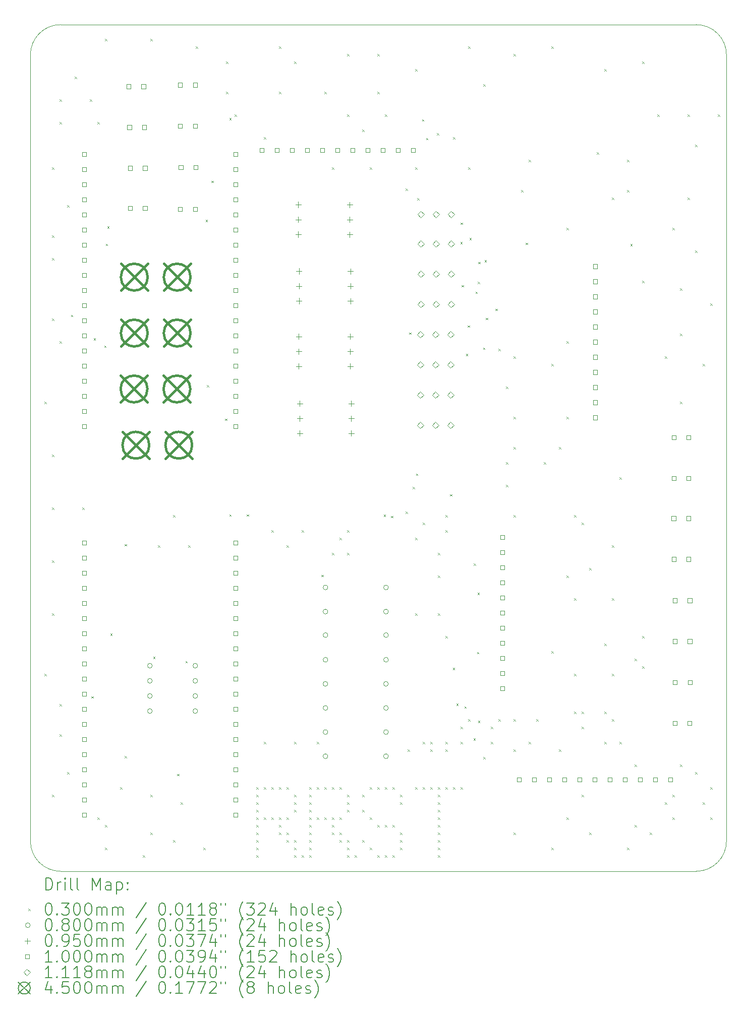
<source format=gbr>
%TF.GenerationSoftware,KiCad,Pcbnew,9.0.3*%
%TF.CreationDate,2025-08-08T01:42:35+09:00*%
%TF.ProjectId,ESP32-MB-1.0,45535033-322d-44d4-922d-312e302e6b69,rev?*%
%TF.SameCoordinates,Original*%
%TF.FileFunction,Drillmap*%
%TF.FilePolarity,Positive*%
%FSLAX45Y45*%
G04 Gerber Fmt 4.5, Leading zero omitted, Abs format (unit mm)*
G04 Created by KiCad (PCBNEW 9.0.3) date 2025-08-08 01:42:35*
%MOMM*%
%LPD*%
G01*
G04 APERTURE LIST*
%ADD10C,0.050000*%
%ADD11C,0.200000*%
%ADD12C,0.100000*%
%ADD13C,0.111760*%
%ADD14C,0.450000*%
G04 APERTURE END LIST*
D10*
X20307800Y-15193000D02*
X20307800Y-1985000D01*
X20307800Y-15193000D02*
G75*
G02*
X19799800Y-15701000I-508000J0D01*
G01*
X19799800Y-1477000D02*
X9131800Y-1477000D01*
X9131800Y-15701000D02*
G75*
G02*
X8623800Y-15193000I0J508000D01*
G01*
X8623800Y-1985000D02*
X8623800Y-15193000D01*
X19799800Y-1477000D02*
G75*
G02*
X20307800Y-1985000I0J-508000D01*
G01*
X8623800Y-1985000D02*
G75*
G02*
X9131800Y-1477000I508000J0D01*
G01*
X9131800Y-15701000D02*
X19799800Y-15701000D01*
D11*
D12*
X8862800Y-7812000D02*
X8892800Y-7842000D01*
X8892800Y-7812000D02*
X8862800Y-7842000D01*
X8862800Y-12384000D02*
X8892800Y-12414000D01*
X8892800Y-12384000D02*
X8862800Y-12414000D01*
X8989800Y-3875000D02*
X9019800Y-3905000D01*
X9019800Y-3875000D02*
X8989800Y-3905000D01*
X8989800Y-5018000D02*
X9019800Y-5048000D01*
X9019800Y-5018000D02*
X8989800Y-5048000D01*
X8989800Y-5399000D02*
X9019800Y-5429000D01*
X9019800Y-5399000D02*
X8989800Y-5429000D01*
X8989800Y-6415000D02*
X9019800Y-6445000D01*
X9019800Y-6415000D02*
X8989800Y-6445000D01*
X8989800Y-8701000D02*
X9019800Y-8731000D01*
X9019800Y-8701000D02*
X8989800Y-8731000D01*
X8989800Y-9590000D02*
X9019800Y-9620000D01*
X9019800Y-9590000D02*
X8989800Y-9620000D01*
X8989800Y-10479000D02*
X9019800Y-10509000D01*
X9019800Y-10479000D02*
X8989800Y-10509000D01*
X8989800Y-11368000D02*
X9019800Y-11398000D01*
X9019800Y-11368000D02*
X8989800Y-11398000D01*
X8989800Y-14416000D02*
X9019800Y-14446000D01*
X9019800Y-14416000D02*
X8989800Y-14446000D01*
X9116800Y-2732000D02*
X9146800Y-2762000D01*
X9146800Y-2732000D02*
X9116800Y-2762000D01*
X9116800Y-3113000D02*
X9146800Y-3143000D01*
X9146800Y-3113000D02*
X9116800Y-3143000D01*
X9116800Y-6796000D02*
X9146800Y-6826000D01*
X9146800Y-6796000D02*
X9116800Y-6826000D01*
X9116800Y-12892000D02*
X9146800Y-12922000D01*
X9146800Y-12892000D02*
X9116800Y-12922000D01*
X9116800Y-13400000D02*
X9146800Y-13430000D01*
X9146800Y-13400000D02*
X9116800Y-13430000D01*
X9243800Y-4510000D02*
X9273800Y-4540000D01*
X9273800Y-4510000D02*
X9243800Y-4540000D01*
X9243800Y-14035000D02*
X9273800Y-14065000D01*
X9273800Y-14035000D02*
X9243800Y-14065000D01*
X9305150Y-6354270D02*
X9335150Y-6384270D01*
X9335150Y-6354270D02*
X9305150Y-6384270D01*
X9370800Y-2351000D02*
X9400800Y-2381000D01*
X9400800Y-2351000D02*
X9370800Y-2381000D01*
X9497800Y-9590000D02*
X9527800Y-9620000D01*
X9527800Y-9590000D02*
X9497800Y-9620000D01*
X9624800Y-2732000D02*
X9654800Y-2762000D01*
X9654800Y-2732000D02*
X9624800Y-2762000D01*
X9647830Y-12760180D02*
X9677830Y-12790180D01*
X9677830Y-12760180D02*
X9647830Y-12790180D01*
X9686030Y-6747750D02*
X9716030Y-6777750D01*
X9716030Y-6747750D02*
X9686030Y-6777750D01*
X9751800Y-3113000D02*
X9781800Y-3143000D01*
X9781800Y-3113000D02*
X9751800Y-3143000D01*
X9751800Y-14797000D02*
X9781800Y-14827000D01*
X9781800Y-14797000D02*
X9751800Y-14827000D01*
X9862250Y-6870680D02*
X9892250Y-6900680D01*
X9892250Y-6870680D02*
X9862250Y-6900680D01*
X9878800Y-1716000D02*
X9908800Y-1746000D01*
X9908800Y-1716000D02*
X9878800Y-1746000D01*
X9878800Y-14924000D02*
X9908800Y-14954000D01*
X9908800Y-14924000D02*
X9878800Y-14954000D01*
X9878800Y-15305000D02*
X9908800Y-15335000D01*
X9908800Y-15305000D02*
X9878800Y-15335000D01*
X9888290Y-5160110D02*
X9918290Y-5190110D01*
X9918290Y-5160110D02*
X9888290Y-5190110D01*
X9915500Y-4864620D02*
X9945500Y-4894620D01*
X9945500Y-4864620D02*
X9915500Y-4894620D01*
X9965720Y-11709840D02*
X9995720Y-11739840D01*
X9995720Y-11709840D02*
X9965720Y-11739840D01*
X10132800Y-14289000D02*
X10162800Y-14319000D01*
X10162800Y-14289000D02*
X10132800Y-14319000D01*
X10208100Y-10206120D02*
X10238100Y-10236120D01*
X10238100Y-10206120D02*
X10208100Y-10236120D01*
X10208100Y-13767120D02*
X10238100Y-13797120D01*
X10238100Y-13767120D02*
X10208100Y-13797120D01*
X10513800Y-15432000D02*
X10543800Y-15462000D01*
X10543800Y-15432000D02*
X10513800Y-15462000D01*
X10640800Y-1716000D02*
X10670800Y-1746000D01*
X10670800Y-1716000D02*
X10640800Y-1746000D01*
X10640800Y-14416000D02*
X10670800Y-14446000D01*
X10670800Y-14416000D02*
X10640800Y-14446000D01*
X10640800Y-15051000D02*
X10670800Y-15081000D01*
X10670800Y-15051000D02*
X10640800Y-15081000D01*
X10684880Y-12097120D02*
X10714880Y-12127120D01*
X10714880Y-12097120D02*
X10684880Y-12127120D01*
X10767800Y-10225000D02*
X10797800Y-10255000D01*
X10797800Y-10225000D02*
X10767800Y-10255000D01*
X11021800Y-9717000D02*
X11051800Y-9747000D01*
X11051800Y-9717000D02*
X11021800Y-9747000D01*
X11021800Y-15178000D02*
X11051800Y-15208000D01*
X11051800Y-15178000D02*
X11021800Y-15208000D01*
X11085900Y-14063870D02*
X11115900Y-14093870D01*
X11115900Y-14063870D02*
X11085900Y-14093870D01*
X11148800Y-14543000D02*
X11178800Y-14573000D01*
X11178800Y-14543000D02*
X11148800Y-14573000D01*
X11228720Y-12168290D02*
X11258720Y-12198290D01*
X11258720Y-12168290D02*
X11228720Y-12198290D01*
X11275800Y-10225000D02*
X11305800Y-10255000D01*
X11305800Y-10225000D02*
X11275800Y-10255000D01*
X11402800Y-1843000D02*
X11432800Y-1873000D01*
X11432800Y-1843000D02*
X11402800Y-1873000D01*
X11529800Y-15305000D02*
X11559800Y-15335000D01*
X11559800Y-15305000D02*
X11529800Y-15335000D01*
X11564750Y-4756190D02*
X11594750Y-4786190D01*
X11594750Y-4756190D02*
X11564750Y-4786190D01*
X11588480Y-7535370D02*
X11618480Y-7565370D01*
X11618480Y-7535370D02*
X11588480Y-7565370D01*
X11662160Y-4099400D02*
X11692160Y-4129400D01*
X11692160Y-4099400D02*
X11662160Y-4129400D01*
X11891850Y-8097130D02*
X11921850Y-8127130D01*
X11921850Y-8097130D02*
X11891850Y-8127130D01*
X11910800Y-2097000D02*
X11940800Y-2127000D01*
X11940800Y-2097000D02*
X11910800Y-2127000D01*
X11910800Y-2605000D02*
X11940800Y-2635000D01*
X11940800Y-2605000D02*
X11910800Y-2635000D01*
X11963700Y-3044770D02*
X11993700Y-3074770D01*
X11993700Y-3044770D02*
X11963700Y-3074770D01*
X11963700Y-9704850D02*
X11993700Y-9734850D01*
X11993700Y-9704850D02*
X11963700Y-9734850D01*
X12051850Y-2985260D02*
X12081850Y-3015260D01*
X12081850Y-2985260D02*
X12051850Y-3015260D01*
X12255830Y-9705720D02*
X12285830Y-9735720D01*
X12285830Y-9705720D02*
X12255830Y-9735720D01*
X12418800Y-14289000D02*
X12448800Y-14319000D01*
X12448800Y-14289000D02*
X12418800Y-14319000D01*
X12418800Y-14416000D02*
X12448800Y-14446000D01*
X12448800Y-14416000D02*
X12418800Y-14446000D01*
X12418800Y-14543000D02*
X12448800Y-14573000D01*
X12448800Y-14543000D02*
X12418800Y-14573000D01*
X12418800Y-14670000D02*
X12448800Y-14700000D01*
X12448800Y-14670000D02*
X12418800Y-14700000D01*
X12418800Y-14797000D02*
X12448800Y-14827000D01*
X12448800Y-14797000D02*
X12418800Y-14827000D01*
X12418800Y-14924000D02*
X12448800Y-14954000D01*
X12448800Y-14924000D02*
X12418800Y-14954000D01*
X12418800Y-15051000D02*
X12448800Y-15081000D01*
X12448800Y-15051000D02*
X12418800Y-15081000D01*
X12418800Y-15178000D02*
X12448800Y-15208000D01*
X12448800Y-15178000D02*
X12418800Y-15208000D01*
X12418800Y-15305000D02*
X12448800Y-15335000D01*
X12448800Y-15305000D02*
X12418800Y-15335000D01*
X12418800Y-15432000D02*
X12448800Y-15462000D01*
X12448800Y-15432000D02*
X12418800Y-15462000D01*
X12545800Y-3367000D02*
X12575800Y-3397000D01*
X12575800Y-3367000D02*
X12545800Y-3397000D01*
X12545800Y-13527000D02*
X12575800Y-13557000D01*
X12575800Y-13527000D02*
X12545800Y-13557000D01*
X12545800Y-14289000D02*
X12575800Y-14319000D01*
X12575800Y-14289000D02*
X12545800Y-14319000D01*
X12545800Y-14797000D02*
X12575800Y-14827000D01*
X12575800Y-14797000D02*
X12545800Y-14827000D01*
X12672800Y-9971000D02*
X12702800Y-10001000D01*
X12702800Y-9971000D02*
X12672800Y-10001000D01*
X12672800Y-14289000D02*
X12702800Y-14319000D01*
X12702800Y-14289000D02*
X12672800Y-14319000D01*
X12672800Y-14797000D02*
X12702800Y-14827000D01*
X12702800Y-14797000D02*
X12672800Y-14827000D01*
X12799800Y-1843000D02*
X12829800Y-1873000D01*
X12829800Y-1843000D02*
X12799800Y-1873000D01*
X12799800Y-2605000D02*
X12829800Y-2635000D01*
X12829800Y-2605000D02*
X12799800Y-2635000D01*
X12799800Y-14289000D02*
X12829800Y-14319000D01*
X12829800Y-14289000D02*
X12799800Y-14319000D01*
X12799800Y-14797000D02*
X12829800Y-14827000D01*
X12829800Y-14797000D02*
X12799800Y-14827000D01*
X12799800Y-14924000D02*
X12829800Y-14954000D01*
X12829800Y-14924000D02*
X12799800Y-14954000D01*
X12799800Y-15051000D02*
X12829800Y-15081000D01*
X12829800Y-15051000D02*
X12799800Y-15081000D01*
X12926800Y-10225000D02*
X12956800Y-10255000D01*
X12956800Y-10225000D02*
X12926800Y-10255000D01*
X12926800Y-14289000D02*
X12956800Y-14319000D01*
X12956800Y-14289000D02*
X12926800Y-14319000D01*
X12926800Y-14797000D02*
X12956800Y-14827000D01*
X12956800Y-14797000D02*
X12926800Y-14827000D01*
X12926800Y-15051000D02*
X12956800Y-15081000D01*
X12956800Y-15051000D02*
X12926800Y-15081000D01*
X12926800Y-15178000D02*
X12956800Y-15208000D01*
X12956800Y-15178000D02*
X12926800Y-15208000D01*
X13053800Y-2097000D02*
X13083800Y-2127000D01*
X13083800Y-2097000D02*
X13053800Y-2127000D01*
X13053800Y-13527000D02*
X13083800Y-13557000D01*
X13083800Y-13527000D02*
X13053800Y-13557000D01*
X13053800Y-14416000D02*
X13083800Y-14446000D01*
X13083800Y-14416000D02*
X13053800Y-14446000D01*
X13053800Y-14543000D02*
X13083800Y-14573000D01*
X13083800Y-14543000D02*
X13053800Y-14573000D01*
X13053800Y-14670000D02*
X13083800Y-14700000D01*
X13083800Y-14670000D02*
X13053800Y-14700000D01*
X13053800Y-15178000D02*
X13083800Y-15208000D01*
X13083800Y-15178000D02*
X13053800Y-15208000D01*
X13053800Y-15305000D02*
X13083800Y-15335000D01*
X13083800Y-15305000D02*
X13053800Y-15335000D01*
X13053800Y-15432000D02*
X13083800Y-15462000D01*
X13083800Y-15432000D02*
X13053800Y-15462000D01*
X13180800Y-9971000D02*
X13210800Y-10001000D01*
X13210800Y-9971000D02*
X13180800Y-10001000D01*
X13180800Y-15432000D02*
X13210800Y-15462000D01*
X13210800Y-15432000D02*
X13180800Y-15462000D01*
X13307800Y-14289000D02*
X13337800Y-14319000D01*
X13337800Y-14289000D02*
X13307800Y-14319000D01*
X13307800Y-14416000D02*
X13337800Y-14446000D01*
X13337800Y-14416000D02*
X13307800Y-14446000D01*
X13307800Y-14543000D02*
X13337800Y-14573000D01*
X13337800Y-14543000D02*
X13307800Y-14573000D01*
X13307800Y-14670000D02*
X13337800Y-14700000D01*
X13337800Y-14670000D02*
X13307800Y-14700000D01*
X13307800Y-14797000D02*
X13337800Y-14827000D01*
X13337800Y-14797000D02*
X13307800Y-14827000D01*
X13307800Y-14924000D02*
X13337800Y-14954000D01*
X13337800Y-14924000D02*
X13307800Y-14954000D01*
X13307800Y-15051000D02*
X13337800Y-15081000D01*
X13337800Y-15051000D02*
X13307800Y-15081000D01*
X13307800Y-15178000D02*
X13337800Y-15208000D01*
X13337800Y-15178000D02*
X13307800Y-15208000D01*
X13307800Y-15305000D02*
X13337800Y-15335000D01*
X13337800Y-15305000D02*
X13307800Y-15335000D01*
X13307800Y-15432000D02*
X13337800Y-15462000D01*
X13337800Y-15432000D02*
X13307800Y-15462000D01*
X13434800Y-13527000D02*
X13464800Y-13557000D01*
X13464800Y-13527000D02*
X13434800Y-13557000D01*
X13434800Y-14289000D02*
X13464800Y-14319000D01*
X13464800Y-14289000D02*
X13434800Y-14319000D01*
X13434800Y-14797000D02*
X13464800Y-14827000D01*
X13464800Y-14797000D02*
X13434800Y-14827000D01*
X13511000Y-10722520D02*
X13541000Y-10752520D01*
X13541000Y-10722520D02*
X13511000Y-10752520D01*
X13561800Y-2605000D02*
X13591800Y-2635000D01*
X13591800Y-2605000D02*
X13561800Y-2635000D01*
X13561800Y-14289000D02*
X13591800Y-14319000D01*
X13591800Y-14289000D02*
X13561800Y-14319000D01*
X13561800Y-14797000D02*
X13591800Y-14827000D01*
X13591800Y-14797000D02*
X13561800Y-14827000D01*
X13688800Y-3875000D02*
X13718800Y-3905000D01*
X13718800Y-3875000D02*
X13688800Y-3905000D01*
X13688800Y-10352000D02*
X13718800Y-10382000D01*
X13718800Y-10352000D02*
X13688800Y-10382000D01*
X13688800Y-14289000D02*
X13718800Y-14319000D01*
X13718800Y-14289000D02*
X13688800Y-14319000D01*
X13688800Y-14797000D02*
X13718800Y-14827000D01*
X13718800Y-14797000D02*
X13688800Y-14827000D01*
X13688800Y-14924000D02*
X13718800Y-14954000D01*
X13718800Y-14924000D02*
X13688800Y-14954000D01*
X13688800Y-15051000D02*
X13718800Y-15081000D01*
X13718800Y-15051000D02*
X13688800Y-15081000D01*
X13815800Y-10098000D02*
X13845800Y-10128000D01*
X13845800Y-10098000D02*
X13815800Y-10128000D01*
X13815800Y-14289000D02*
X13845800Y-14319000D01*
X13845800Y-14289000D02*
X13815800Y-14319000D01*
X13815800Y-14797000D02*
X13845800Y-14827000D01*
X13845800Y-14797000D02*
X13815800Y-14827000D01*
X13815800Y-15051000D02*
X13845800Y-15081000D01*
X13845800Y-15051000D02*
X13815800Y-15081000D01*
X13815800Y-15178000D02*
X13845800Y-15208000D01*
X13845800Y-15178000D02*
X13815800Y-15208000D01*
X13942800Y-1970000D02*
X13972800Y-2000000D01*
X13972800Y-1970000D02*
X13942800Y-2000000D01*
X13942800Y-2986000D02*
X13972800Y-3016000D01*
X13972800Y-2986000D02*
X13942800Y-3016000D01*
X13942800Y-9971000D02*
X13972800Y-10001000D01*
X13972800Y-9971000D02*
X13942800Y-10001000D01*
X13942800Y-10352000D02*
X13972800Y-10382000D01*
X13972800Y-10352000D02*
X13942800Y-10382000D01*
X13942800Y-14416000D02*
X13972800Y-14446000D01*
X13972800Y-14416000D02*
X13942800Y-14446000D01*
X13942800Y-14543000D02*
X13972800Y-14573000D01*
X13972800Y-14543000D02*
X13942800Y-14573000D01*
X13942800Y-14670000D02*
X13972800Y-14700000D01*
X13972800Y-14670000D02*
X13942800Y-14700000D01*
X13942800Y-15178000D02*
X13972800Y-15208000D01*
X13972800Y-15178000D02*
X13942800Y-15208000D01*
X13942800Y-15305000D02*
X13972800Y-15335000D01*
X13972800Y-15305000D02*
X13942800Y-15335000D01*
X13942800Y-15432000D02*
X13972800Y-15462000D01*
X13972800Y-15432000D02*
X13942800Y-15462000D01*
X14069800Y-15432000D02*
X14099800Y-15462000D01*
X14099800Y-15432000D02*
X14069800Y-15462000D01*
X14196800Y-3240000D02*
X14226800Y-3270000D01*
X14226800Y-3240000D02*
X14196800Y-3270000D01*
X14196800Y-14416000D02*
X14226800Y-14446000D01*
X14226800Y-14416000D02*
X14196800Y-14446000D01*
X14196800Y-14670000D02*
X14226800Y-14700000D01*
X14226800Y-14670000D02*
X14196800Y-14700000D01*
X14196800Y-15178000D02*
X14226800Y-15208000D01*
X14226800Y-15178000D02*
X14196800Y-15208000D01*
X14323800Y-3875000D02*
X14353800Y-3905000D01*
X14353800Y-3875000D02*
X14323800Y-3905000D01*
X14323800Y-14289000D02*
X14353800Y-14319000D01*
X14353800Y-14289000D02*
X14323800Y-14319000D01*
X14323800Y-14797000D02*
X14353800Y-14827000D01*
X14353800Y-14797000D02*
X14323800Y-14827000D01*
X14323800Y-15305000D02*
X14353800Y-15335000D01*
X14353800Y-15305000D02*
X14323800Y-15335000D01*
X14450800Y-1970000D02*
X14480800Y-2000000D01*
X14480800Y-1970000D02*
X14450800Y-2000000D01*
X14450800Y-2605000D02*
X14480800Y-2635000D01*
X14480800Y-2605000D02*
X14450800Y-2635000D01*
X14450800Y-14289000D02*
X14480800Y-14319000D01*
X14480800Y-14289000D02*
X14450800Y-14319000D01*
X14450800Y-14924000D02*
X14480800Y-14954000D01*
X14480800Y-14924000D02*
X14450800Y-14954000D01*
X14450800Y-15432000D02*
X14480800Y-15462000D01*
X14480800Y-15432000D02*
X14450800Y-15462000D01*
X14555800Y-9707440D02*
X14585800Y-9737440D01*
X14585800Y-9707440D02*
X14555800Y-9737440D01*
X14577800Y-2986000D02*
X14607800Y-3016000D01*
X14607800Y-2986000D02*
X14577800Y-3016000D01*
X14577800Y-14289000D02*
X14607800Y-14319000D01*
X14607800Y-14289000D02*
X14577800Y-14319000D01*
X14577800Y-14924000D02*
X14607800Y-14954000D01*
X14607800Y-14924000D02*
X14577800Y-14954000D01*
X14577800Y-15432000D02*
X14607800Y-15462000D01*
X14607800Y-15432000D02*
X14577800Y-15462000D01*
X14677610Y-9730850D02*
X14707610Y-9760850D01*
X14707610Y-9730850D02*
X14677610Y-9760850D01*
X14704800Y-14289000D02*
X14734800Y-14319000D01*
X14734800Y-14289000D02*
X14704800Y-14319000D01*
X14704800Y-14924000D02*
X14734800Y-14954000D01*
X14734800Y-14924000D02*
X14704800Y-14954000D01*
X14704800Y-15432000D02*
X14734800Y-15462000D01*
X14734800Y-15432000D02*
X14704800Y-15462000D01*
X14831800Y-14416000D02*
X14861800Y-14446000D01*
X14861800Y-14416000D02*
X14831800Y-14446000D01*
X14831800Y-14543000D02*
X14861800Y-14573000D01*
X14861800Y-14543000D02*
X14831800Y-14573000D01*
X14831800Y-15051000D02*
X14861800Y-15081000D01*
X14861800Y-15051000D02*
X14831800Y-15081000D01*
X14831800Y-15178000D02*
X14861800Y-15208000D01*
X14861800Y-15178000D02*
X14831800Y-15208000D01*
X14831800Y-15305000D02*
X14861800Y-15335000D01*
X14861800Y-15305000D02*
X14831800Y-15335000D01*
X14922110Y-9660640D02*
X14952110Y-9690640D01*
X14952110Y-9660640D02*
X14922110Y-9690640D01*
X14923570Y-4229440D02*
X14953570Y-4259440D01*
X14953570Y-4229440D02*
X14923570Y-4259440D01*
X14958800Y-13654000D02*
X14988800Y-13684000D01*
X14988800Y-13654000D02*
X14958800Y-13684000D01*
X14982680Y-6650370D02*
X15012680Y-6680370D01*
X15012680Y-6650370D02*
X14982680Y-6680370D01*
X15042160Y-9244510D02*
X15072160Y-9274510D01*
X15072160Y-9244510D02*
X15042160Y-9274510D01*
X15085800Y-2224000D02*
X15115800Y-2254000D01*
X15115800Y-2224000D02*
X15085800Y-2254000D01*
X15085800Y-3875000D02*
X15115800Y-3905000D01*
X15115800Y-3875000D02*
X15085800Y-3905000D01*
X15085800Y-10098000D02*
X15115800Y-10128000D01*
X15115800Y-10098000D02*
X15085800Y-10128000D01*
X15085800Y-11368000D02*
X15115800Y-11398000D01*
X15115800Y-11368000D02*
X15085800Y-11398000D01*
X15085800Y-14289000D02*
X15115800Y-14319000D01*
X15115800Y-14289000D02*
X15085800Y-14319000D01*
X15097890Y-9019120D02*
X15127890Y-9049120D01*
X15127890Y-9019120D02*
X15097890Y-9049120D01*
X15117590Y-4394480D02*
X15147590Y-4424480D01*
X15147590Y-4394480D02*
X15117590Y-4424480D01*
X15196670Y-3065600D02*
X15226670Y-3095600D01*
X15226670Y-3065600D02*
X15196670Y-3095600D01*
X15212800Y-9844000D02*
X15242800Y-9874000D01*
X15242800Y-9844000D02*
X15212800Y-9874000D01*
X15212800Y-13527000D02*
X15242800Y-13557000D01*
X15242800Y-13527000D02*
X15212800Y-13557000D01*
X15212800Y-14289000D02*
X15242800Y-14319000D01*
X15242800Y-14289000D02*
X15212800Y-14319000D01*
X15267640Y-3380870D02*
X15297640Y-3410870D01*
X15297640Y-3380870D02*
X15267640Y-3410870D01*
X15339800Y-13527000D02*
X15369800Y-13557000D01*
X15369800Y-13527000D02*
X15339800Y-13557000D01*
X15339800Y-13654000D02*
X15369800Y-13684000D01*
X15369800Y-13654000D02*
X15339800Y-13684000D01*
X15339800Y-14289000D02*
X15369800Y-14319000D01*
X15369800Y-14289000D02*
X15339800Y-14319000D01*
X15446360Y-3298270D02*
X15476360Y-3328270D01*
X15476360Y-3298270D02*
X15446360Y-3328270D01*
X15466800Y-10352000D02*
X15496800Y-10382000D01*
X15496800Y-10352000D02*
X15466800Y-10382000D01*
X15466800Y-10733000D02*
X15496800Y-10763000D01*
X15496800Y-10733000D02*
X15466800Y-10763000D01*
X15466800Y-11368000D02*
X15496800Y-11398000D01*
X15496800Y-11368000D02*
X15466800Y-11398000D01*
X15466800Y-14289000D02*
X15496800Y-14319000D01*
X15496800Y-14289000D02*
X15466800Y-14319000D01*
X15466800Y-14416000D02*
X15496800Y-14446000D01*
X15496800Y-14416000D02*
X15466800Y-14446000D01*
X15466800Y-14543000D02*
X15496800Y-14573000D01*
X15496800Y-14543000D02*
X15466800Y-14573000D01*
X15466800Y-14670000D02*
X15496800Y-14700000D01*
X15496800Y-14670000D02*
X15466800Y-14700000D01*
X15466800Y-14797000D02*
X15496800Y-14827000D01*
X15496800Y-14797000D02*
X15466800Y-14827000D01*
X15466800Y-14924000D02*
X15496800Y-14954000D01*
X15496800Y-14924000D02*
X15466800Y-14954000D01*
X15466800Y-15051000D02*
X15496800Y-15081000D01*
X15496800Y-15051000D02*
X15466800Y-15081000D01*
X15466800Y-15178000D02*
X15496800Y-15208000D01*
X15496800Y-15178000D02*
X15466800Y-15208000D01*
X15466800Y-15305000D02*
X15496800Y-15335000D01*
X15496800Y-15305000D02*
X15466800Y-15335000D01*
X15466800Y-15432000D02*
X15496800Y-15462000D01*
X15496800Y-15432000D02*
X15466800Y-15462000D01*
X15593800Y-9717000D02*
X15623800Y-9747000D01*
X15623800Y-9717000D02*
X15593800Y-9747000D01*
X15593800Y-9971000D02*
X15623800Y-10001000D01*
X15623800Y-9971000D02*
X15593800Y-10001000D01*
X15593800Y-11749000D02*
X15623800Y-11779000D01*
X15623800Y-11749000D02*
X15593800Y-11779000D01*
X15593800Y-13527000D02*
X15623800Y-13557000D01*
X15623800Y-13527000D02*
X15593800Y-13557000D01*
X15593800Y-13654000D02*
X15623800Y-13684000D01*
X15623800Y-13654000D02*
X15593800Y-13684000D01*
X15593800Y-14289000D02*
X15623800Y-14319000D01*
X15623800Y-14289000D02*
X15593800Y-14319000D01*
X15669500Y-9367770D02*
X15699500Y-9397770D01*
X15699500Y-9367770D02*
X15669500Y-9397770D01*
X15713270Y-12283370D02*
X15743270Y-12313370D01*
X15743270Y-12283370D02*
X15713270Y-12313370D01*
X15720800Y-3367000D02*
X15750800Y-3397000D01*
X15750800Y-3367000D02*
X15720800Y-3397000D01*
X15720800Y-14289000D02*
X15750800Y-14319000D01*
X15750800Y-14289000D02*
X15720800Y-14319000D01*
X15775200Y-12883260D02*
X15805200Y-12913260D01*
X15805200Y-12883260D02*
X15775200Y-12913260D01*
X15841650Y-5131190D02*
X15871650Y-5161190D01*
X15871650Y-5131190D02*
X15841650Y-5161190D01*
X15846120Y-4802500D02*
X15876120Y-4832500D01*
X15876120Y-4802500D02*
X15846120Y-4832500D01*
X15847800Y-13273000D02*
X15877800Y-13303000D01*
X15877800Y-13273000D02*
X15847800Y-13303000D01*
X15847800Y-13527000D02*
X15877800Y-13557000D01*
X15877800Y-13527000D02*
X15847800Y-13557000D01*
X15847800Y-14289000D02*
X15877800Y-14319000D01*
X15877800Y-14289000D02*
X15847800Y-14319000D01*
X15862360Y-5854170D02*
X15892360Y-5884170D01*
X15892360Y-5854170D02*
X15862360Y-5884170D01*
X15910630Y-12929420D02*
X15940630Y-12959420D01*
X15940630Y-12929420D02*
X15910630Y-12959420D01*
X15933440Y-7009550D02*
X15963440Y-7039550D01*
X15963440Y-7009550D02*
X15933440Y-7039550D01*
X15963070Y-6529610D02*
X15993070Y-6559610D01*
X15993070Y-6529610D02*
X15963070Y-6559610D01*
X15974800Y-1843000D02*
X16004800Y-1873000D01*
X16004800Y-1843000D02*
X15974800Y-1873000D01*
X15974800Y-3875000D02*
X16004800Y-3905000D01*
X16004800Y-3875000D02*
X15974800Y-3905000D01*
X15974800Y-13146000D02*
X16004800Y-13176000D01*
X16004800Y-13146000D02*
X15974800Y-13176000D01*
X15993390Y-5062520D02*
X16023390Y-5092520D01*
X16023390Y-5062520D02*
X15993390Y-5092520D01*
X16060100Y-13470370D02*
X16090100Y-13500370D01*
X16090100Y-13470370D02*
X16060100Y-13500370D01*
X16066550Y-10529810D02*
X16096550Y-10559810D01*
X16096550Y-10529810D02*
X16066550Y-10559810D01*
X16093730Y-5963080D02*
X16123730Y-5993080D01*
X16123730Y-5963080D02*
X16093730Y-5993080D01*
X16122700Y-12018070D02*
X16152700Y-12048070D01*
X16152700Y-12018070D02*
X16122700Y-12048070D01*
X16127560Y-11023840D02*
X16157560Y-11053840D01*
X16157560Y-11023840D02*
X16127560Y-11053840D01*
X16133130Y-5797940D02*
X16163130Y-5827940D01*
X16163130Y-5797940D02*
X16133130Y-5827940D01*
X16138250Y-13173620D02*
X16168250Y-13203620D01*
X16168250Y-13173620D02*
X16138250Y-13203620D01*
X16142390Y-5464070D02*
X16172390Y-5494070D01*
X16172390Y-5464070D02*
X16142390Y-5494070D01*
X16221710Y-6904630D02*
X16251710Y-6934630D01*
X16251710Y-6904630D02*
X16221710Y-6934630D01*
X16228800Y-2478000D02*
X16258800Y-2508000D01*
X16258800Y-2478000D02*
X16228800Y-2508000D01*
X16228800Y-13781000D02*
X16258800Y-13811000D01*
X16258800Y-13781000D02*
X16228800Y-13811000D01*
X16248940Y-5433990D02*
X16278940Y-5463990D01*
X16278940Y-5433990D02*
X16248940Y-5463990D01*
X16269030Y-6401970D02*
X16299030Y-6431970D01*
X16299030Y-6401970D02*
X16269030Y-6431970D01*
X16355800Y-13273000D02*
X16385800Y-13303000D01*
X16385800Y-13273000D02*
X16355800Y-13303000D01*
X16355800Y-13527000D02*
X16385800Y-13557000D01*
X16385800Y-13527000D02*
X16355800Y-13557000D01*
X16430850Y-6251080D02*
X16460850Y-6281080D01*
X16460850Y-6251080D02*
X16430850Y-6281080D01*
X16482800Y-6923000D02*
X16512800Y-6953000D01*
X16512800Y-6923000D02*
X16482800Y-6953000D01*
X16482800Y-13146000D02*
X16512800Y-13176000D01*
X16512800Y-13146000D02*
X16482800Y-13176000D01*
X16609800Y-7558000D02*
X16639800Y-7588000D01*
X16639800Y-7558000D02*
X16609800Y-7588000D01*
X16609800Y-8828000D02*
X16639800Y-8858000D01*
X16639800Y-8828000D02*
X16609800Y-8858000D01*
X16609800Y-9209000D02*
X16639800Y-9239000D01*
X16639800Y-9209000D02*
X16609800Y-9239000D01*
X16736800Y-1970000D02*
X16766800Y-2000000D01*
X16766800Y-1970000D02*
X16736800Y-2000000D01*
X16736800Y-7050000D02*
X16766800Y-7080000D01*
X16766800Y-7050000D02*
X16736800Y-7080000D01*
X16736800Y-8066000D02*
X16766800Y-8096000D01*
X16766800Y-8066000D02*
X16736800Y-8096000D01*
X16736800Y-8574000D02*
X16766800Y-8604000D01*
X16766800Y-8574000D02*
X16736800Y-8604000D01*
X16736800Y-9717000D02*
X16766800Y-9747000D01*
X16766800Y-9717000D02*
X16736800Y-9747000D01*
X16736800Y-13146000D02*
X16766800Y-13176000D01*
X16766800Y-13146000D02*
X16736800Y-13176000D01*
X16736800Y-13654000D02*
X16766800Y-13684000D01*
X16766800Y-13654000D02*
X16736800Y-13684000D01*
X16736800Y-15051000D02*
X16766800Y-15081000D01*
X16766800Y-15051000D02*
X16736800Y-15081000D01*
X16863800Y-4256000D02*
X16893800Y-4286000D01*
X16893800Y-4256000D02*
X16863800Y-4286000D01*
X16937900Y-5141200D02*
X16967900Y-5171200D01*
X16967900Y-5141200D02*
X16937900Y-5171200D01*
X16990800Y-3748000D02*
X17020800Y-3778000D01*
X17020800Y-3748000D02*
X16990800Y-3778000D01*
X16990800Y-13527000D02*
X17020800Y-13557000D01*
X17020800Y-13527000D02*
X16990800Y-13557000D01*
X17117800Y-13146000D02*
X17147800Y-13176000D01*
X17147800Y-13146000D02*
X17117800Y-13176000D01*
X17244800Y-8828000D02*
X17274800Y-8858000D01*
X17274800Y-8828000D02*
X17244800Y-8858000D01*
X17371800Y-1843000D02*
X17401800Y-1873000D01*
X17401800Y-1843000D02*
X17371800Y-1873000D01*
X17371800Y-7177000D02*
X17401800Y-7207000D01*
X17401800Y-7177000D02*
X17371800Y-7207000D01*
X17371800Y-12003000D02*
X17401800Y-12033000D01*
X17401800Y-12003000D02*
X17371800Y-12033000D01*
X17371800Y-15305000D02*
X17401800Y-15335000D01*
X17401800Y-15305000D02*
X17371800Y-15335000D01*
X17498800Y-8574000D02*
X17528800Y-8604000D01*
X17528800Y-8574000D02*
X17498800Y-8604000D01*
X17498800Y-13654000D02*
X17528800Y-13684000D01*
X17528800Y-13654000D02*
X17498800Y-13684000D01*
X17625800Y-4891000D02*
X17655800Y-4921000D01*
X17655800Y-4891000D02*
X17625800Y-4921000D01*
X17625800Y-6796000D02*
X17655800Y-6826000D01*
X17655800Y-6796000D02*
X17625800Y-6826000D01*
X17625800Y-8066000D02*
X17655800Y-8096000D01*
X17655800Y-8066000D02*
X17625800Y-8096000D01*
X17625800Y-10733000D02*
X17655800Y-10763000D01*
X17655800Y-10733000D02*
X17625800Y-10763000D01*
X17625800Y-10733000D02*
X17655800Y-10763000D01*
X17655800Y-10733000D02*
X17625800Y-10763000D01*
X17625800Y-14797000D02*
X17655800Y-14827000D01*
X17655800Y-14797000D02*
X17625800Y-14827000D01*
X17752800Y-9717000D02*
X17782800Y-9747000D01*
X17782800Y-9717000D02*
X17752800Y-9747000D01*
X17752800Y-11114000D02*
X17782800Y-11144000D01*
X17782800Y-11114000D02*
X17752800Y-11144000D01*
X17752800Y-12384000D02*
X17782800Y-12414000D01*
X17782800Y-12384000D02*
X17752800Y-12414000D01*
X17752800Y-13019000D02*
X17782800Y-13049000D01*
X17782800Y-13019000D02*
X17752800Y-13049000D01*
X17879800Y-9844000D02*
X17909800Y-9874000D01*
X17909800Y-9844000D02*
X17879800Y-9874000D01*
X17879800Y-13019000D02*
X17909800Y-13049000D01*
X17909800Y-13019000D02*
X17879800Y-13049000D01*
X17879800Y-13273000D02*
X17909800Y-13303000D01*
X17909800Y-13273000D02*
X17879800Y-13303000D01*
X17879800Y-14416000D02*
X17909800Y-14446000D01*
X17909800Y-14416000D02*
X17879800Y-14446000D01*
X18006800Y-10606000D02*
X18036800Y-10636000D01*
X18036800Y-10606000D02*
X18006800Y-10636000D01*
X18006800Y-15051000D02*
X18036800Y-15081000D01*
X18036800Y-15051000D02*
X18006800Y-15081000D01*
X18133800Y-3621000D02*
X18163800Y-3651000D01*
X18163800Y-3621000D02*
X18133800Y-3651000D01*
X18260800Y-2224000D02*
X18290800Y-2254000D01*
X18290800Y-2224000D02*
X18260800Y-2254000D01*
X18260800Y-11876000D02*
X18290800Y-11906000D01*
X18290800Y-11876000D02*
X18260800Y-11906000D01*
X18260800Y-13019000D02*
X18290800Y-13049000D01*
X18290800Y-13019000D02*
X18260800Y-13049000D01*
X18260800Y-13527000D02*
X18290800Y-13557000D01*
X18290800Y-13527000D02*
X18260800Y-13557000D01*
X18387800Y-4383000D02*
X18417800Y-4413000D01*
X18417800Y-4383000D02*
X18387800Y-4413000D01*
X18387800Y-10225000D02*
X18417800Y-10255000D01*
X18417800Y-10225000D02*
X18387800Y-10255000D01*
X18387800Y-11114000D02*
X18417800Y-11144000D01*
X18417800Y-11114000D02*
X18387800Y-11144000D01*
X18387800Y-12384000D02*
X18417800Y-12414000D01*
X18417800Y-12384000D02*
X18387800Y-12414000D01*
X18387800Y-13146000D02*
X18417800Y-13176000D01*
X18417800Y-13146000D02*
X18387800Y-13176000D01*
X18514800Y-9082000D02*
X18544800Y-9112000D01*
X18544800Y-9082000D02*
X18514800Y-9112000D01*
X18514800Y-13527000D02*
X18544800Y-13557000D01*
X18544800Y-13527000D02*
X18514800Y-13557000D01*
X18641800Y-3748000D02*
X18671800Y-3778000D01*
X18671800Y-3748000D02*
X18641800Y-3778000D01*
X18641800Y-4256000D02*
X18671800Y-4286000D01*
X18671800Y-4256000D02*
X18641800Y-4286000D01*
X18641800Y-15305000D02*
X18671800Y-15335000D01*
X18671800Y-15305000D02*
X18641800Y-15335000D01*
X18693500Y-5161370D02*
X18723500Y-5191370D01*
X18723500Y-5161370D02*
X18693500Y-5191370D01*
X18768800Y-12130000D02*
X18798800Y-12160000D01*
X18798800Y-12130000D02*
X18768800Y-12160000D01*
X18768800Y-13908000D02*
X18798800Y-13938000D01*
X18798800Y-13908000D02*
X18768800Y-13938000D01*
X18768800Y-14924000D02*
X18798800Y-14954000D01*
X18798800Y-14924000D02*
X18768800Y-14954000D01*
X18895800Y-2097000D02*
X18925800Y-2127000D01*
X18925800Y-2097000D02*
X18895800Y-2127000D01*
X18895800Y-5780000D02*
X18925800Y-5810000D01*
X18925800Y-5780000D02*
X18895800Y-5810000D01*
X18895800Y-11749000D02*
X18925800Y-11779000D01*
X18925800Y-11749000D02*
X18895800Y-11779000D01*
X18895800Y-12257000D02*
X18925800Y-12287000D01*
X18925800Y-12257000D02*
X18895800Y-12287000D01*
X19022800Y-15051000D02*
X19052800Y-15081000D01*
X19052800Y-15051000D02*
X19022800Y-15081000D01*
X19149800Y-2986000D02*
X19179800Y-3016000D01*
X19179800Y-2986000D02*
X19149800Y-3016000D01*
X19276800Y-7050000D02*
X19306800Y-7080000D01*
X19306800Y-7050000D02*
X19276800Y-7080000D01*
X19276800Y-14543000D02*
X19306800Y-14573000D01*
X19306800Y-14543000D02*
X19276800Y-14573000D01*
X19403800Y-4891000D02*
X19433800Y-4921000D01*
X19433800Y-4891000D02*
X19403800Y-4921000D01*
X19403800Y-14416000D02*
X19433800Y-14446000D01*
X19433800Y-14416000D02*
X19403800Y-14446000D01*
X19403800Y-14797000D02*
X19433800Y-14827000D01*
X19433800Y-14797000D02*
X19403800Y-14827000D01*
X19530800Y-5907000D02*
X19560800Y-5937000D01*
X19560800Y-5907000D02*
X19530800Y-5937000D01*
X19530800Y-6669000D02*
X19560800Y-6699000D01*
X19560800Y-6669000D02*
X19530800Y-6699000D01*
X19530800Y-7812000D02*
X19560800Y-7842000D01*
X19560800Y-7812000D02*
X19530800Y-7842000D01*
X19530800Y-13908000D02*
X19560800Y-13938000D01*
X19560800Y-13908000D02*
X19530800Y-13938000D01*
X19657800Y-2986000D02*
X19687800Y-3016000D01*
X19687800Y-2986000D02*
X19657800Y-3016000D01*
X19657800Y-4383000D02*
X19687800Y-4413000D01*
X19687800Y-4383000D02*
X19657800Y-4413000D01*
X19784800Y-3494000D02*
X19814800Y-3524000D01*
X19814800Y-3494000D02*
X19784800Y-3524000D01*
X19784800Y-5272000D02*
X19814800Y-5302000D01*
X19814800Y-5272000D02*
X19784800Y-5302000D01*
X19784800Y-14035000D02*
X19814800Y-14065000D01*
X19814800Y-14035000D02*
X19784800Y-14065000D01*
X19911800Y-7177000D02*
X19941800Y-7207000D01*
X19941800Y-7177000D02*
X19911800Y-7207000D01*
X19911800Y-14543000D02*
X19941800Y-14573000D01*
X19941800Y-14543000D02*
X19911800Y-14573000D01*
X20038800Y-6161000D02*
X20068800Y-6191000D01*
X20068800Y-6161000D02*
X20038800Y-6191000D01*
X20038800Y-14289000D02*
X20068800Y-14319000D01*
X20068800Y-14289000D02*
X20038800Y-14319000D01*
X20038800Y-14797000D02*
X20068800Y-14827000D01*
X20068800Y-14797000D02*
X20038800Y-14827000D01*
X20165800Y-2986000D02*
X20195800Y-3016000D01*
X20195800Y-2986000D02*
X20165800Y-3016000D01*
X10669900Y-12246600D02*
G75*
G02*
X10589900Y-12246600I-40000J0D01*
G01*
X10589900Y-12246600D02*
G75*
G02*
X10669900Y-12246600I40000J0D01*
G01*
X10669900Y-12500600D02*
G75*
G02*
X10589900Y-12500600I-40000J0D01*
G01*
X10589900Y-12500600D02*
G75*
G02*
X10669900Y-12500600I40000J0D01*
G01*
X10669900Y-12754600D02*
G75*
G02*
X10589900Y-12754600I-40000J0D01*
G01*
X10589900Y-12754600D02*
G75*
G02*
X10669900Y-12754600I40000J0D01*
G01*
X10669900Y-13008600D02*
G75*
G02*
X10589900Y-13008600I-40000J0D01*
G01*
X10589900Y-13008600D02*
G75*
G02*
X10669900Y-13008600I40000J0D01*
G01*
X11431900Y-12246600D02*
G75*
G02*
X11351900Y-12246600I-40000J0D01*
G01*
X11351900Y-12246600D02*
G75*
G02*
X11431900Y-12246600I40000J0D01*
G01*
X11431900Y-12500600D02*
G75*
G02*
X11351900Y-12500600I-40000J0D01*
G01*
X11351900Y-12500600D02*
G75*
G02*
X11431900Y-12500600I40000J0D01*
G01*
X11431900Y-12754600D02*
G75*
G02*
X11351900Y-12754600I-40000J0D01*
G01*
X11351900Y-12754600D02*
G75*
G02*
X11431900Y-12754600I40000J0D01*
G01*
X11431900Y-13008600D02*
G75*
G02*
X11351900Y-13008600I-40000J0D01*
G01*
X11351900Y-13008600D02*
G75*
G02*
X11431900Y-13008600I40000J0D01*
G01*
X13616800Y-10932800D02*
G75*
G02*
X13536800Y-10932800I-40000J0D01*
G01*
X13536800Y-10932800D02*
G75*
G02*
X13616800Y-10932800I40000J0D01*
G01*
X13616800Y-11337800D02*
G75*
G02*
X13536800Y-11337800I-40000J0D01*
G01*
X13536800Y-11337800D02*
G75*
G02*
X13616800Y-11337800I40000J0D01*
G01*
X13616800Y-12147800D02*
G75*
G02*
X13536800Y-12147800I-40000J0D01*
G01*
X13536800Y-12147800D02*
G75*
G02*
X13616800Y-12147800I40000J0D01*
G01*
X13616800Y-12552800D02*
G75*
G02*
X13536800Y-12552800I-40000J0D01*
G01*
X13536800Y-12552800D02*
G75*
G02*
X13616800Y-12552800I40000J0D01*
G01*
X13616800Y-12957800D02*
G75*
G02*
X13536800Y-12957800I-40000J0D01*
G01*
X13536800Y-12957800D02*
G75*
G02*
X13616800Y-12957800I40000J0D01*
G01*
X13616800Y-13362800D02*
G75*
G02*
X13536800Y-13362800I-40000J0D01*
G01*
X13536800Y-13362800D02*
G75*
G02*
X13616800Y-13362800I40000J0D01*
G01*
X13616800Y-13767800D02*
G75*
G02*
X13536800Y-13767800I-40000J0D01*
G01*
X13536800Y-13767800D02*
G75*
G02*
X13616800Y-13767800I40000J0D01*
G01*
X13617300Y-11732700D02*
G75*
G02*
X13537300Y-11732700I-40000J0D01*
G01*
X13537300Y-11732700D02*
G75*
G02*
X13617300Y-11732700I40000J0D01*
G01*
X14632800Y-10932800D02*
G75*
G02*
X14552800Y-10932800I-40000J0D01*
G01*
X14552800Y-10932800D02*
G75*
G02*
X14632800Y-10932800I40000J0D01*
G01*
X14632800Y-11337800D02*
G75*
G02*
X14552800Y-11337800I-40000J0D01*
G01*
X14552800Y-11337800D02*
G75*
G02*
X14632800Y-11337800I40000J0D01*
G01*
X14632800Y-12147800D02*
G75*
G02*
X14552800Y-12147800I-40000J0D01*
G01*
X14552800Y-12147800D02*
G75*
G02*
X14632800Y-12147800I40000J0D01*
G01*
X14632800Y-12552800D02*
G75*
G02*
X14552800Y-12552800I-40000J0D01*
G01*
X14552800Y-12552800D02*
G75*
G02*
X14632800Y-12552800I40000J0D01*
G01*
X14632800Y-12957800D02*
G75*
G02*
X14552800Y-12957800I-40000J0D01*
G01*
X14552800Y-12957800D02*
G75*
G02*
X14632800Y-12957800I40000J0D01*
G01*
X14632800Y-13362800D02*
G75*
G02*
X14552800Y-13362800I-40000J0D01*
G01*
X14552800Y-13362800D02*
G75*
G02*
X14632800Y-13362800I40000J0D01*
G01*
X14632800Y-13767800D02*
G75*
G02*
X14552800Y-13767800I-40000J0D01*
G01*
X14552800Y-13767800D02*
G75*
G02*
X14632800Y-13767800I40000J0D01*
G01*
X14633300Y-11732700D02*
G75*
G02*
X14553300Y-11732700I-40000J0D01*
G01*
X14553300Y-11732700D02*
G75*
G02*
X14633300Y-11732700I40000J0D01*
G01*
X13119600Y-4452900D02*
X13119600Y-4547900D01*
X13072100Y-4500400D02*
X13167100Y-4500400D01*
X13119600Y-4702900D02*
X13119600Y-4797900D01*
X13072100Y-4750400D02*
X13167100Y-4750400D01*
X13119600Y-4952900D02*
X13119600Y-5047900D01*
X13072100Y-5000400D02*
X13167100Y-5000400D01*
X13127400Y-6668100D02*
X13127400Y-6763100D01*
X13079900Y-6715600D02*
X13174900Y-6715600D01*
X13127400Y-6918100D02*
X13127400Y-7013100D01*
X13079900Y-6965600D02*
X13174900Y-6965600D01*
X13127400Y-7168100D02*
X13127400Y-7263100D01*
X13079900Y-7215600D02*
X13174900Y-7215600D01*
X13130600Y-5570500D02*
X13130600Y-5665500D01*
X13083100Y-5618000D02*
X13178100Y-5618000D01*
X13130600Y-5820500D02*
X13130600Y-5915500D01*
X13083100Y-5868000D02*
X13178100Y-5868000D01*
X13130600Y-6070500D02*
X13130600Y-6165500D01*
X13083100Y-6118000D02*
X13178100Y-6118000D01*
X13145000Y-7794800D02*
X13145000Y-7889800D01*
X13097500Y-7842300D02*
X13192500Y-7842300D01*
X13145000Y-8044800D02*
X13145000Y-8139800D01*
X13097500Y-8092300D02*
X13192500Y-8092300D01*
X13145000Y-8294800D02*
X13145000Y-8389800D01*
X13097500Y-8342300D02*
X13192500Y-8342300D01*
X13983200Y-4454700D02*
X13983200Y-4549700D01*
X13935700Y-4502200D02*
X14030700Y-4502200D01*
X13983200Y-4704700D02*
X13983200Y-4799700D01*
X13935700Y-4752200D02*
X14030700Y-4752200D01*
X13983200Y-4954700D02*
X13983200Y-5049700D01*
X13935700Y-5002200D02*
X14030700Y-5002200D01*
X13991000Y-6668100D02*
X13991000Y-6763100D01*
X13943500Y-6715600D02*
X14038500Y-6715600D01*
X13991000Y-6918100D02*
X13991000Y-7013100D01*
X13943500Y-6965600D02*
X14038500Y-6965600D01*
X13991000Y-7168100D02*
X13991000Y-7263100D01*
X13943500Y-7215600D02*
X14038500Y-7215600D01*
X13994200Y-5572300D02*
X13994200Y-5667300D01*
X13946700Y-5619800D02*
X14041700Y-5619800D01*
X13994200Y-5822300D02*
X13994200Y-5917300D01*
X13946700Y-5869800D02*
X14041700Y-5869800D01*
X13994200Y-6072300D02*
X13994200Y-6167300D01*
X13946700Y-6119800D02*
X14041700Y-6119800D01*
X14008600Y-7794800D02*
X14008600Y-7889800D01*
X13961100Y-7842300D02*
X14056100Y-7842300D01*
X14008600Y-8044800D02*
X14008600Y-8139800D01*
X13961100Y-8092300D02*
X14056100Y-8092300D01*
X14008600Y-8294800D02*
X14008600Y-8389800D01*
X13961100Y-8342300D02*
X14056100Y-8342300D01*
X9561656Y-3686956D02*
X9561656Y-3616244D01*
X9490944Y-3616244D01*
X9490944Y-3686956D01*
X9561656Y-3686956D01*
X9561656Y-3940956D02*
X9561656Y-3870244D01*
X9490944Y-3870244D01*
X9490944Y-3940956D01*
X9561656Y-3940956D01*
X9561656Y-4194956D02*
X9561656Y-4124244D01*
X9490944Y-4124244D01*
X9490944Y-4194956D01*
X9561656Y-4194956D01*
X9561656Y-4448956D02*
X9561656Y-4378244D01*
X9490944Y-4378244D01*
X9490944Y-4448956D01*
X9561656Y-4448956D01*
X9561656Y-4702956D02*
X9561656Y-4632244D01*
X9490944Y-4632244D01*
X9490944Y-4702956D01*
X9561656Y-4702956D01*
X9561656Y-4956956D02*
X9561656Y-4886244D01*
X9490944Y-4886244D01*
X9490944Y-4956956D01*
X9561656Y-4956956D01*
X9561656Y-5210956D02*
X9561656Y-5140244D01*
X9490944Y-5140244D01*
X9490944Y-5210956D01*
X9561656Y-5210956D01*
X9561656Y-5464956D02*
X9561656Y-5394244D01*
X9490944Y-5394244D01*
X9490944Y-5464956D01*
X9561656Y-5464956D01*
X9561656Y-5718956D02*
X9561656Y-5648244D01*
X9490944Y-5648244D01*
X9490944Y-5718956D01*
X9561656Y-5718956D01*
X9561656Y-5972956D02*
X9561656Y-5902244D01*
X9490944Y-5902244D01*
X9490944Y-5972956D01*
X9561656Y-5972956D01*
X9561656Y-6226956D02*
X9561656Y-6156244D01*
X9490944Y-6156244D01*
X9490944Y-6226956D01*
X9561656Y-6226956D01*
X9561656Y-6480956D02*
X9561656Y-6410244D01*
X9490944Y-6410244D01*
X9490944Y-6480956D01*
X9561656Y-6480956D01*
X9561656Y-6734956D02*
X9561656Y-6664244D01*
X9490944Y-6664244D01*
X9490944Y-6734956D01*
X9561656Y-6734956D01*
X9561656Y-6988956D02*
X9561656Y-6918244D01*
X9490944Y-6918244D01*
X9490944Y-6988956D01*
X9561656Y-6988956D01*
X9561656Y-7242956D02*
X9561656Y-7172244D01*
X9490944Y-7172244D01*
X9490944Y-7242956D01*
X9561656Y-7242956D01*
X9561656Y-7496956D02*
X9561656Y-7426244D01*
X9490944Y-7426244D01*
X9490944Y-7496956D01*
X9561656Y-7496956D01*
X9561656Y-7750956D02*
X9561656Y-7680244D01*
X9490944Y-7680244D01*
X9490944Y-7750956D01*
X9561656Y-7750956D01*
X9561656Y-8004956D02*
X9561656Y-7934244D01*
X9490944Y-7934244D01*
X9490944Y-8004956D01*
X9561656Y-8004956D01*
X9561656Y-8258956D02*
X9561656Y-8188244D01*
X9490944Y-8188244D01*
X9490944Y-8258956D01*
X9561656Y-8258956D01*
X9561656Y-10214756D02*
X9561656Y-10144044D01*
X9490944Y-10144044D01*
X9490944Y-10214756D01*
X9561656Y-10214756D01*
X9561656Y-10468756D02*
X9561656Y-10398044D01*
X9490944Y-10398044D01*
X9490944Y-10468756D01*
X9561656Y-10468756D01*
X9561656Y-10722756D02*
X9561656Y-10652044D01*
X9490944Y-10652044D01*
X9490944Y-10722756D01*
X9561656Y-10722756D01*
X9561656Y-10976756D02*
X9561656Y-10906044D01*
X9490944Y-10906044D01*
X9490944Y-10976756D01*
X9561656Y-10976756D01*
X9561656Y-11230756D02*
X9561656Y-11160044D01*
X9490944Y-11160044D01*
X9490944Y-11230756D01*
X9561656Y-11230756D01*
X9561656Y-11484756D02*
X9561656Y-11414044D01*
X9490944Y-11414044D01*
X9490944Y-11484756D01*
X9561656Y-11484756D01*
X9561656Y-11738756D02*
X9561656Y-11668044D01*
X9490944Y-11668044D01*
X9490944Y-11738756D01*
X9561656Y-11738756D01*
X9561656Y-11992756D02*
X9561656Y-11922044D01*
X9490944Y-11922044D01*
X9490944Y-11992756D01*
X9561656Y-11992756D01*
X9561656Y-12246756D02*
X9561656Y-12176044D01*
X9490944Y-12176044D01*
X9490944Y-12246756D01*
X9561656Y-12246756D01*
X9561656Y-12500756D02*
X9561656Y-12430044D01*
X9490944Y-12430044D01*
X9490944Y-12500756D01*
X9561656Y-12500756D01*
X9561656Y-12754756D02*
X9561656Y-12684044D01*
X9490944Y-12684044D01*
X9490944Y-12754756D01*
X9561656Y-12754756D01*
X9561656Y-13008756D02*
X9561656Y-12938044D01*
X9490944Y-12938044D01*
X9490944Y-13008756D01*
X9561656Y-13008756D01*
X9561656Y-13262756D02*
X9561656Y-13192044D01*
X9490944Y-13192044D01*
X9490944Y-13262756D01*
X9561656Y-13262756D01*
X9561656Y-13516756D02*
X9561656Y-13446044D01*
X9490944Y-13446044D01*
X9490944Y-13516756D01*
X9561656Y-13516756D01*
X9561656Y-13770756D02*
X9561656Y-13700044D01*
X9490944Y-13700044D01*
X9490944Y-13770756D01*
X9561656Y-13770756D01*
X9561656Y-14024756D02*
X9561656Y-13954044D01*
X9490944Y-13954044D01*
X9490944Y-14024756D01*
X9561656Y-14024756D01*
X9561656Y-14278756D02*
X9561656Y-14208044D01*
X9490944Y-14208044D01*
X9490944Y-14278756D01*
X9561656Y-14278756D01*
X9561656Y-14532756D02*
X9561656Y-14462044D01*
X9490944Y-14462044D01*
X9490944Y-14532756D01*
X9561656Y-14532756D01*
X9561656Y-14786756D02*
X9561656Y-14716044D01*
X9490944Y-14716044D01*
X9490944Y-14786756D01*
X9561656Y-14786756D01*
X10307686Y-2550166D02*
X10307686Y-2479454D01*
X10236974Y-2479454D01*
X10236974Y-2550166D01*
X10307686Y-2550166D01*
X10320386Y-3235966D02*
X10320386Y-3165254D01*
X10249674Y-3165254D01*
X10249674Y-3235966D01*
X10320386Y-3235966D01*
X10331956Y-3922156D02*
X10331956Y-3851444D01*
X10261244Y-3851444D01*
X10261244Y-3922156D01*
X10331956Y-3922156D01*
X10331956Y-4596566D02*
X10331956Y-4525854D01*
X10261244Y-4525854D01*
X10261244Y-4596566D01*
X10331956Y-4596566D01*
X10557686Y-2550166D02*
X10557686Y-2479454D01*
X10486974Y-2479454D01*
X10486974Y-2550166D01*
X10557686Y-2550166D01*
X10570386Y-3235966D02*
X10570386Y-3165254D01*
X10499674Y-3165254D01*
X10499674Y-3235966D01*
X10570386Y-3235966D01*
X10581956Y-3922156D02*
X10581956Y-3851444D01*
X10511244Y-3851444D01*
X10511244Y-3922156D01*
X10581956Y-3922156D01*
X10581956Y-4596566D02*
X10581956Y-4525854D01*
X10511244Y-4525854D01*
X10511244Y-4596566D01*
X10581956Y-4596566D01*
X11173756Y-2525156D02*
X11173756Y-2454444D01*
X11103044Y-2454444D01*
X11103044Y-2525156D01*
X11173756Y-2525156D01*
X11173756Y-3214156D02*
X11173756Y-3143444D01*
X11103044Y-3143444D01*
X11103044Y-3214156D01*
X11173756Y-3214156D01*
X11173756Y-4611156D02*
X11173756Y-4540444D01*
X11103044Y-4540444D01*
X11103044Y-4611156D01*
X11173756Y-4611156D01*
X11184156Y-3910956D02*
X11184156Y-3840244D01*
X11113444Y-3840244D01*
X11113444Y-3910956D01*
X11184156Y-3910956D01*
X11423756Y-2525156D02*
X11423756Y-2454444D01*
X11353044Y-2454444D01*
X11353044Y-2525156D01*
X11423756Y-2525156D01*
X11423756Y-3214156D02*
X11423756Y-3143444D01*
X11353044Y-3143444D01*
X11353044Y-3214156D01*
X11423756Y-3214156D01*
X11423756Y-4611156D02*
X11423756Y-4540444D01*
X11353044Y-4540444D01*
X11353044Y-4611156D01*
X11423756Y-4611156D01*
X11434156Y-3910956D02*
X11434156Y-3840244D01*
X11363444Y-3840244D01*
X11363444Y-3910956D01*
X11434156Y-3910956D01*
X12101656Y-3686956D02*
X12101656Y-3616244D01*
X12030944Y-3616244D01*
X12030944Y-3686956D01*
X12101656Y-3686956D01*
X12101656Y-3940956D02*
X12101656Y-3870244D01*
X12030944Y-3870244D01*
X12030944Y-3940956D01*
X12101656Y-3940956D01*
X12101656Y-4194956D02*
X12101656Y-4124244D01*
X12030944Y-4124244D01*
X12030944Y-4194956D01*
X12101656Y-4194956D01*
X12101656Y-4448956D02*
X12101656Y-4378244D01*
X12030944Y-4378244D01*
X12030944Y-4448956D01*
X12101656Y-4448956D01*
X12101656Y-4702956D02*
X12101656Y-4632244D01*
X12030944Y-4632244D01*
X12030944Y-4702956D01*
X12101656Y-4702956D01*
X12101656Y-4956956D02*
X12101656Y-4886244D01*
X12030944Y-4886244D01*
X12030944Y-4956956D01*
X12101656Y-4956956D01*
X12101656Y-5210956D02*
X12101656Y-5140244D01*
X12030944Y-5140244D01*
X12030944Y-5210956D01*
X12101656Y-5210956D01*
X12101656Y-5464956D02*
X12101656Y-5394244D01*
X12030944Y-5394244D01*
X12030944Y-5464956D01*
X12101656Y-5464956D01*
X12101656Y-5718956D02*
X12101656Y-5648244D01*
X12030944Y-5648244D01*
X12030944Y-5718956D01*
X12101656Y-5718956D01*
X12101656Y-5972956D02*
X12101656Y-5902244D01*
X12030944Y-5902244D01*
X12030944Y-5972956D01*
X12101656Y-5972956D01*
X12101656Y-6226956D02*
X12101656Y-6156244D01*
X12030944Y-6156244D01*
X12030944Y-6226956D01*
X12101656Y-6226956D01*
X12101656Y-6480956D02*
X12101656Y-6410244D01*
X12030944Y-6410244D01*
X12030944Y-6480956D01*
X12101656Y-6480956D01*
X12101656Y-6734956D02*
X12101656Y-6664244D01*
X12030944Y-6664244D01*
X12030944Y-6734956D01*
X12101656Y-6734956D01*
X12101656Y-6988956D02*
X12101656Y-6918244D01*
X12030944Y-6918244D01*
X12030944Y-6988956D01*
X12101656Y-6988956D01*
X12101656Y-7242956D02*
X12101656Y-7172244D01*
X12030944Y-7172244D01*
X12030944Y-7242956D01*
X12101656Y-7242956D01*
X12101656Y-7496956D02*
X12101656Y-7426244D01*
X12030944Y-7426244D01*
X12030944Y-7496956D01*
X12101656Y-7496956D01*
X12101656Y-7750956D02*
X12101656Y-7680244D01*
X12030944Y-7680244D01*
X12030944Y-7750956D01*
X12101656Y-7750956D01*
X12101656Y-8004956D02*
X12101656Y-7934244D01*
X12030944Y-7934244D01*
X12030944Y-8004956D01*
X12101656Y-8004956D01*
X12101656Y-8258956D02*
X12101656Y-8188244D01*
X12030944Y-8188244D01*
X12030944Y-8258956D01*
X12101656Y-8258956D01*
X12101656Y-10214756D02*
X12101656Y-10144044D01*
X12030944Y-10144044D01*
X12030944Y-10214756D01*
X12101656Y-10214756D01*
X12101656Y-10468756D02*
X12101656Y-10398044D01*
X12030944Y-10398044D01*
X12030944Y-10468756D01*
X12101656Y-10468756D01*
X12101656Y-10722756D02*
X12101656Y-10652044D01*
X12030944Y-10652044D01*
X12030944Y-10722756D01*
X12101656Y-10722756D01*
X12101656Y-10976756D02*
X12101656Y-10906044D01*
X12030944Y-10906044D01*
X12030944Y-10976756D01*
X12101656Y-10976756D01*
X12101656Y-11230756D02*
X12101656Y-11160044D01*
X12030944Y-11160044D01*
X12030944Y-11230756D01*
X12101656Y-11230756D01*
X12101656Y-11484756D02*
X12101656Y-11414044D01*
X12030944Y-11414044D01*
X12030944Y-11484756D01*
X12101656Y-11484756D01*
X12101656Y-11738756D02*
X12101656Y-11668044D01*
X12030944Y-11668044D01*
X12030944Y-11738756D01*
X12101656Y-11738756D01*
X12101656Y-11992756D02*
X12101656Y-11922044D01*
X12030944Y-11922044D01*
X12030944Y-11992756D01*
X12101656Y-11992756D01*
X12101656Y-12246756D02*
X12101656Y-12176044D01*
X12030944Y-12176044D01*
X12030944Y-12246756D01*
X12101656Y-12246756D01*
X12101656Y-12500756D02*
X12101656Y-12430044D01*
X12030944Y-12430044D01*
X12030944Y-12500756D01*
X12101656Y-12500756D01*
X12101656Y-12754756D02*
X12101656Y-12684044D01*
X12030944Y-12684044D01*
X12030944Y-12754756D01*
X12101656Y-12754756D01*
X12101656Y-13008756D02*
X12101656Y-12938044D01*
X12030944Y-12938044D01*
X12030944Y-13008756D01*
X12101656Y-13008756D01*
X12101656Y-13262756D02*
X12101656Y-13192044D01*
X12030944Y-13192044D01*
X12030944Y-13262756D01*
X12101656Y-13262756D01*
X12101656Y-13516756D02*
X12101656Y-13446044D01*
X12030944Y-13446044D01*
X12030944Y-13516756D01*
X12101656Y-13516756D01*
X12101656Y-13770756D02*
X12101656Y-13700044D01*
X12030944Y-13700044D01*
X12030944Y-13770756D01*
X12101656Y-13770756D01*
X12101656Y-14024756D02*
X12101656Y-13954044D01*
X12030944Y-13954044D01*
X12030944Y-14024756D01*
X12101656Y-14024756D01*
X12101656Y-14278756D02*
X12101656Y-14208044D01*
X12030944Y-14208044D01*
X12030944Y-14278756D01*
X12101656Y-14278756D01*
X12101656Y-14532756D02*
X12101656Y-14462044D01*
X12030944Y-14462044D01*
X12030944Y-14532756D01*
X12101656Y-14532756D01*
X12101656Y-14786756D02*
X12101656Y-14716044D01*
X12030944Y-14716044D01*
X12030944Y-14786756D01*
X12101656Y-14786756D01*
X12544856Y-3623256D02*
X12544856Y-3552544D01*
X12474144Y-3552544D01*
X12474144Y-3623256D01*
X12544856Y-3623256D01*
X12798856Y-3623256D02*
X12798856Y-3552544D01*
X12728144Y-3552544D01*
X12728144Y-3623256D01*
X12798856Y-3623256D01*
X13052856Y-3623256D02*
X13052856Y-3552544D01*
X12982144Y-3552544D01*
X12982144Y-3623256D01*
X13052856Y-3623256D01*
X13306856Y-3623256D02*
X13306856Y-3552544D01*
X13236144Y-3552544D01*
X13236144Y-3623256D01*
X13306856Y-3623256D01*
X13560856Y-3623256D02*
X13560856Y-3552544D01*
X13490144Y-3552544D01*
X13490144Y-3623256D01*
X13560856Y-3623256D01*
X13814856Y-3623256D02*
X13814856Y-3552544D01*
X13744144Y-3552544D01*
X13744144Y-3623256D01*
X13814856Y-3623256D01*
X14068856Y-3623256D02*
X14068856Y-3552544D01*
X13998144Y-3552544D01*
X13998144Y-3623256D01*
X14068856Y-3623256D01*
X14322856Y-3623256D02*
X14322856Y-3552544D01*
X14252144Y-3552544D01*
X14252144Y-3623256D01*
X14322856Y-3623256D01*
X14576856Y-3623256D02*
X14576856Y-3552544D01*
X14506144Y-3552544D01*
X14506144Y-3623256D01*
X14576856Y-3623256D01*
X14830856Y-3623256D02*
X14830856Y-3552544D01*
X14760144Y-3552544D01*
X14760144Y-3623256D01*
X14830856Y-3623256D01*
X15084856Y-3623256D02*
X15084856Y-3552544D01*
X15014144Y-3552544D01*
X15014144Y-3623256D01*
X15084856Y-3623256D01*
X16583956Y-10122956D02*
X16583956Y-10052244D01*
X16513244Y-10052244D01*
X16513244Y-10122956D01*
X16583956Y-10122956D01*
X16583956Y-10376956D02*
X16583956Y-10306244D01*
X16513244Y-10306244D01*
X16513244Y-10376956D01*
X16583956Y-10376956D01*
X16583956Y-10630956D02*
X16583956Y-10560244D01*
X16513244Y-10560244D01*
X16513244Y-10630956D01*
X16583956Y-10630956D01*
X16583956Y-10884956D02*
X16583956Y-10814244D01*
X16513244Y-10814244D01*
X16513244Y-10884956D01*
X16583956Y-10884956D01*
X16583956Y-11138956D02*
X16583956Y-11068244D01*
X16513244Y-11068244D01*
X16513244Y-11138956D01*
X16583956Y-11138956D01*
X16583956Y-11392956D02*
X16583956Y-11322244D01*
X16513244Y-11322244D01*
X16513244Y-11392956D01*
X16583956Y-11392956D01*
X16583956Y-11646956D02*
X16583956Y-11576244D01*
X16513244Y-11576244D01*
X16513244Y-11646956D01*
X16583956Y-11646956D01*
X16583956Y-11900956D02*
X16583956Y-11830244D01*
X16513244Y-11830244D01*
X16513244Y-11900956D01*
X16583956Y-11900956D01*
X16583956Y-12154956D02*
X16583956Y-12084244D01*
X16513244Y-12084244D01*
X16513244Y-12154956D01*
X16583956Y-12154956D01*
X16583956Y-12408956D02*
X16583956Y-12338244D01*
X16513244Y-12338244D01*
X16513244Y-12408956D01*
X16583956Y-12408956D01*
X16583956Y-12662956D02*
X16583956Y-12592244D01*
X16513244Y-12592244D01*
X16513244Y-12662956D01*
X16583956Y-12662956D01*
X16862856Y-14194256D02*
X16862856Y-14123544D01*
X16792144Y-14123544D01*
X16792144Y-14194256D01*
X16862856Y-14194256D01*
X17116856Y-14194256D02*
X17116856Y-14123544D01*
X17046144Y-14123544D01*
X17046144Y-14194256D01*
X17116856Y-14194256D01*
X17370856Y-14194256D02*
X17370856Y-14123544D01*
X17300144Y-14123544D01*
X17300144Y-14194256D01*
X17370856Y-14194256D01*
X17624856Y-14194256D02*
X17624856Y-14123544D01*
X17554144Y-14123544D01*
X17554144Y-14194256D01*
X17624856Y-14194256D01*
X17878856Y-14194256D02*
X17878856Y-14123544D01*
X17808144Y-14123544D01*
X17808144Y-14194256D01*
X17878856Y-14194256D01*
X18132856Y-14194256D02*
X18132856Y-14123544D01*
X18062144Y-14123544D01*
X18062144Y-14194256D01*
X18132856Y-14194256D01*
X18141746Y-5572226D02*
X18141746Y-5501514D01*
X18071034Y-5501514D01*
X18071034Y-5572226D01*
X18141746Y-5572226D01*
X18141746Y-5826226D02*
X18141746Y-5755514D01*
X18071034Y-5755514D01*
X18071034Y-5826226D01*
X18141746Y-5826226D01*
X18141746Y-6080226D02*
X18141746Y-6009514D01*
X18071034Y-6009514D01*
X18071034Y-6080226D01*
X18141746Y-6080226D01*
X18141746Y-6334226D02*
X18141746Y-6263514D01*
X18071034Y-6263514D01*
X18071034Y-6334226D01*
X18141746Y-6334226D01*
X18141746Y-6588226D02*
X18141746Y-6517514D01*
X18071034Y-6517514D01*
X18071034Y-6588226D01*
X18141746Y-6588226D01*
X18141746Y-6842226D02*
X18141746Y-6771514D01*
X18071034Y-6771514D01*
X18071034Y-6842226D01*
X18141746Y-6842226D01*
X18141746Y-7096226D02*
X18141746Y-7025514D01*
X18071034Y-7025514D01*
X18071034Y-7096226D01*
X18141746Y-7096226D01*
X18141746Y-7350226D02*
X18141746Y-7279514D01*
X18071034Y-7279514D01*
X18071034Y-7350226D01*
X18141746Y-7350226D01*
X18141746Y-7604226D02*
X18141746Y-7533514D01*
X18071034Y-7533514D01*
X18071034Y-7604226D01*
X18141746Y-7604226D01*
X18141746Y-7858226D02*
X18141746Y-7787514D01*
X18071034Y-7787514D01*
X18071034Y-7858226D01*
X18141746Y-7858226D01*
X18141746Y-8112226D02*
X18141746Y-8041514D01*
X18071034Y-8041514D01*
X18071034Y-8112226D01*
X18141746Y-8112226D01*
X18386856Y-14194256D02*
X18386856Y-14123544D01*
X18316144Y-14123544D01*
X18316144Y-14194256D01*
X18386856Y-14194256D01*
X18640856Y-14194256D02*
X18640856Y-14123544D01*
X18570144Y-14123544D01*
X18570144Y-14194256D01*
X18640856Y-14194256D01*
X18894856Y-14194256D02*
X18894856Y-14123544D01*
X18824144Y-14123544D01*
X18824144Y-14194256D01*
X18894856Y-14194256D01*
X19148856Y-14194256D02*
X19148856Y-14123544D01*
X19078144Y-14123544D01*
X19078144Y-14194256D01*
X19148856Y-14194256D01*
X19402856Y-14194256D02*
X19402856Y-14123544D01*
X19332144Y-14123544D01*
X19332144Y-14194256D01*
X19402856Y-14194256D01*
X19456156Y-9807156D02*
X19456156Y-9736444D01*
X19385444Y-9736444D01*
X19385444Y-9807156D01*
X19456156Y-9807156D01*
X19458156Y-8446556D02*
X19458156Y-8375844D01*
X19387444Y-8375844D01*
X19387444Y-8446556D01*
X19458156Y-8446556D01*
X19458156Y-9132356D02*
X19458156Y-9061644D01*
X19387444Y-9061644D01*
X19387444Y-9132356D01*
X19458156Y-9132356D01*
X19458156Y-10491256D02*
X19458156Y-10420544D01*
X19387444Y-10420544D01*
X19387444Y-10491256D01*
X19458156Y-10491256D01*
X19475556Y-13247156D02*
X19475556Y-13176444D01*
X19404844Y-13176444D01*
X19404844Y-13247156D01*
X19475556Y-13247156D01*
X19475956Y-11186556D02*
X19475956Y-11115844D01*
X19405244Y-11115844D01*
X19405244Y-11186556D01*
X19475956Y-11186556D01*
X19475956Y-11872356D02*
X19475956Y-11801644D01*
X19405244Y-11801644D01*
X19405244Y-11872356D01*
X19475956Y-11872356D01*
X19479556Y-12561356D02*
X19479556Y-12490644D01*
X19408844Y-12490644D01*
X19408844Y-12561356D01*
X19479556Y-12561356D01*
X19706156Y-9807156D02*
X19706156Y-9736444D01*
X19635444Y-9736444D01*
X19635444Y-9807156D01*
X19706156Y-9807156D01*
X19708156Y-8446556D02*
X19708156Y-8375844D01*
X19637444Y-8375844D01*
X19637444Y-8446556D01*
X19708156Y-8446556D01*
X19708156Y-9132356D02*
X19708156Y-9061644D01*
X19637444Y-9061644D01*
X19637444Y-9132356D01*
X19708156Y-9132356D01*
X19708156Y-10491256D02*
X19708156Y-10420544D01*
X19637444Y-10420544D01*
X19637444Y-10491256D01*
X19708156Y-10491256D01*
X19725556Y-13247156D02*
X19725556Y-13176444D01*
X19654844Y-13176444D01*
X19654844Y-13247156D01*
X19725556Y-13247156D01*
X19725956Y-11186556D02*
X19725956Y-11115844D01*
X19655244Y-11115844D01*
X19655244Y-11186556D01*
X19725956Y-11186556D01*
X19725956Y-11872356D02*
X19725956Y-11801644D01*
X19655244Y-11801644D01*
X19655244Y-11872356D01*
X19725956Y-11872356D01*
X19729556Y-12561356D02*
X19729556Y-12490644D01*
X19658844Y-12490644D01*
X19658844Y-12561356D01*
X19729556Y-12561356D01*
D13*
X15168610Y-6738410D02*
X15224490Y-6682530D01*
X15168610Y-6626650D01*
X15112730Y-6682530D01*
X15168610Y-6738410D01*
X15168610Y-7246410D02*
X15224490Y-7190530D01*
X15168610Y-7134650D01*
X15112730Y-7190530D01*
X15168610Y-7246410D01*
X15168610Y-7754410D02*
X15224490Y-7698530D01*
X15168610Y-7642650D01*
X15112730Y-7698530D01*
X15168610Y-7754410D01*
X15168610Y-8262410D02*
X15224490Y-8206530D01*
X15168610Y-8150650D01*
X15112730Y-8206530D01*
X15168610Y-8262410D01*
X15176500Y-4720780D02*
X15232380Y-4664900D01*
X15176500Y-4609020D01*
X15120620Y-4664900D01*
X15176500Y-4720780D01*
X15177000Y-5215880D02*
X15232880Y-5160000D01*
X15177000Y-5104120D01*
X15121120Y-5160000D01*
X15177000Y-5215880D01*
X15177000Y-5723880D02*
X15232880Y-5668000D01*
X15177000Y-5612120D01*
X15121120Y-5668000D01*
X15177000Y-5723880D01*
X15177000Y-6231880D02*
X15232880Y-6176000D01*
X15177000Y-6120120D01*
X15121120Y-6176000D01*
X15177000Y-6231880D01*
X15422610Y-6738410D02*
X15478490Y-6682530D01*
X15422610Y-6626650D01*
X15366730Y-6682530D01*
X15422610Y-6738410D01*
X15422610Y-7246410D02*
X15478490Y-7190530D01*
X15422610Y-7134650D01*
X15366730Y-7190530D01*
X15422610Y-7246410D01*
X15422610Y-7754410D02*
X15478490Y-7698530D01*
X15422610Y-7642650D01*
X15366730Y-7698530D01*
X15422610Y-7754410D01*
X15422610Y-8262410D02*
X15478490Y-8206530D01*
X15422610Y-8150650D01*
X15366730Y-8206530D01*
X15422610Y-8262410D01*
X15430500Y-4720780D02*
X15486380Y-4664900D01*
X15430500Y-4609020D01*
X15374620Y-4664900D01*
X15430500Y-4720780D01*
X15431000Y-5215880D02*
X15486880Y-5160000D01*
X15431000Y-5104120D01*
X15375120Y-5160000D01*
X15431000Y-5215880D01*
X15431000Y-5723880D02*
X15486880Y-5668000D01*
X15431000Y-5612120D01*
X15375120Y-5668000D01*
X15431000Y-5723880D01*
X15431000Y-6231880D02*
X15486880Y-6176000D01*
X15431000Y-6120120D01*
X15375120Y-6176000D01*
X15431000Y-6231880D01*
X15676610Y-6738410D02*
X15732490Y-6682530D01*
X15676610Y-6626650D01*
X15620730Y-6682530D01*
X15676610Y-6738410D01*
X15676610Y-7246410D02*
X15732490Y-7190530D01*
X15676610Y-7134650D01*
X15620730Y-7190530D01*
X15676610Y-7246410D01*
X15676610Y-7754410D02*
X15732490Y-7698530D01*
X15676610Y-7642650D01*
X15620730Y-7698530D01*
X15676610Y-7754410D01*
X15676610Y-8262410D02*
X15732490Y-8206530D01*
X15676610Y-8150650D01*
X15620730Y-8206530D01*
X15676610Y-8262410D01*
X15684500Y-4720780D02*
X15740380Y-4664900D01*
X15684500Y-4609020D01*
X15628620Y-4664900D01*
X15684500Y-4720780D01*
X15685000Y-5215880D02*
X15740880Y-5160000D01*
X15685000Y-5104120D01*
X15629120Y-5160000D01*
X15685000Y-5215880D01*
X15685000Y-5723880D02*
X15740880Y-5668000D01*
X15685000Y-5612120D01*
X15629120Y-5668000D01*
X15685000Y-5723880D01*
X15685000Y-6231880D02*
X15740880Y-6176000D01*
X15685000Y-6120120D01*
X15629120Y-6176000D01*
X15685000Y-6231880D01*
D14*
X10138500Y-7373200D02*
X10588500Y-7823200D01*
X10588500Y-7373200D02*
X10138500Y-7823200D01*
X10588500Y-7598200D02*
G75*
G02*
X10138500Y-7598200I-225000J0D01*
G01*
X10138500Y-7598200D02*
G75*
G02*
X10588500Y-7598200I225000J0D01*
G01*
X10142600Y-5493800D02*
X10592600Y-5943800D01*
X10592600Y-5493800D02*
X10142600Y-5943800D01*
X10592600Y-5718800D02*
G75*
G02*
X10142600Y-5718800I-225000J0D01*
G01*
X10142600Y-5718800D02*
G75*
G02*
X10592600Y-5718800I225000J0D01*
G01*
X10142600Y-6433600D02*
X10592600Y-6883600D01*
X10592600Y-6433600D02*
X10142600Y-6883600D01*
X10592600Y-6658600D02*
G75*
G02*
X10142600Y-6658600I-225000J0D01*
G01*
X10142600Y-6658600D02*
G75*
G02*
X10592600Y-6658600I225000J0D01*
G01*
X10169500Y-8317440D02*
X10619500Y-8767440D01*
X10619500Y-8317440D02*
X10169500Y-8767440D01*
X10619500Y-8542440D02*
G75*
G02*
X10169500Y-8542440I-225000J0D01*
G01*
X10169500Y-8542440D02*
G75*
G02*
X10619500Y-8542440I225000J0D01*
G01*
X10858500Y-7373200D02*
X11308500Y-7823200D01*
X11308500Y-7373200D02*
X10858500Y-7823200D01*
X11308500Y-7598200D02*
G75*
G02*
X10858500Y-7598200I-225000J0D01*
G01*
X10858500Y-7598200D02*
G75*
G02*
X11308500Y-7598200I225000J0D01*
G01*
X10862600Y-5493800D02*
X11312600Y-5943800D01*
X11312600Y-5493800D02*
X10862600Y-5943800D01*
X11312600Y-5718800D02*
G75*
G02*
X10862600Y-5718800I-225000J0D01*
G01*
X10862600Y-5718800D02*
G75*
G02*
X11312600Y-5718800I225000J0D01*
G01*
X10862600Y-6433600D02*
X11312600Y-6883600D01*
X11312600Y-6433600D02*
X10862600Y-6883600D01*
X11312600Y-6658600D02*
G75*
G02*
X10862600Y-6658600I-225000J0D01*
G01*
X10862600Y-6658600D02*
G75*
G02*
X11312600Y-6658600I225000J0D01*
G01*
X10889500Y-8317440D02*
X11339500Y-8767440D01*
X11339500Y-8317440D02*
X10889500Y-8767440D01*
X11339500Y-8542440D02*
G75*
G02*
X10889500Y-8542440I-225000J0D01*
G01*
X10889500Y-8542440D02*
G75*
G02*
X11339500Y-8542440I225000J0D01*
G01*
D11*
X8882077Y-16014984D02*
X8882077Y-15814984D01*
X8882077Y-15814984D02*
X8929696Y-15814984D01*
X8929696Y-15814984D02*
X8958267Y-15824508D01*
X8958267Y-15824508D02*
X8977315Y-15843555D01*
X8977315Y-15843555D02*
X8986839Y-15862603D01*
X8986839Y-15862603D02*
X8996363Y-15900698D01*
X8996363Y-15900698D02*
X8996363Y-15929269D01*
X8996363Y-15929269D02*
X8986839Y-15967365D01*
X8986839Y-15967365D02*
X8977315Y-15986412D01*
X8977315Y-15986412D02*
X8958267Y-16005460D01*
X8958267Y-16005460D02*
X8929696Y-16014984D01*
X8929696Y-16014984D02*
X8882077Y-16014984D01*
X9082077Y-16014984D02*
X9082077Y-15881650D01*
X9082077Y-15919746D02*
X9091601Y-15900698D01*
X9091601Y-15900698D02*
X9101124Y-15891174D01*
X9101124Y-15891174D02*
X9120172Y-15881650D01*
X9120172Y-15881650D02*
X9139220Y-15881650D01*
X9205886Y-16014984D02*
X9205886Y-15881650D01*
X9205886Y-15814984D02*
X9196363Y-15824508D01*
X9196363Y-15824508D02*
X9205886Y-15834031D01*
X9205886Y-15834031D02*
X9215410Y-15824508D01*
X9215410Y-15824508D02*
X9205886Y-15814984D01*
X9205886Y-15814984D02*
X9205886Y-15834031D01*
X9329696Y-16014984D02*
X9310648Y-16005460D01*
X9310648Y-16005460D02*
X9301124Y-15986412D01*
X9301124Y-15986412D02*
X9301124Y-15814984D01*
X9434458Y-16014984D02*
X9415410Y-16005460D01*
X9415410Y-16005460D02*
X9405886Y-15986412D01*
X9405886Y-15986412D02*
X9405886Y-15814984D01*
X9663029Y-16014984D02*
X9663029Y-15814984D01*
X9663029Y-15814984D02*
X9729696Y-15957841D01*
X9729696Y-15957841D02*
X9796363Y-15814984D01*
X9796363Y-15814984D02*
X9796363Y-16014984D01*
X9977315Y-16014984D02*
X9977315Y-15910222D01*
X9977315Y-15910222D02*
X9967791Y-15891174D01*
X9967791Y-15891174D02*
X9948744Y-15881650D01*
X9948744Y-15881650D02*
X9910648Y-15881650D01*
X9910648Y-15881650D02*
X9891601Y-15891174D01*
X9977315Y-16005460D02*
X9958267Y-16014984D01*
X9958267Y-16014984D02*
X9910648Y-16014984D01*
X9910648Y-16014984D02*
X9891601Y-16005460D01*
X9891601Y-16005460D02*
X9882077Y-15986412D01*
X9882077Y-15986412D02*
X9882077Y-15967365D01*
X9882077Y-15967365D02*
X9891601Y-15948317D01*
X9891601Y-15948317D02*
X9910648Y-15938793D01*
X9910648Y-15938793D02*
X9958267Y-15938793D01*
X9958267Y-15938793D02*
X9977315Y-15929269D01*
X10072553Y-15881650D02*
X10072553Y-16081650D01*
X10072553Y-15891174D02*
X10091601Y-15881650D01*
X10091601Y-15881650D02*
X10129696Y-15881650D01*
X10129696Y-15881650D02*
X10148744Y-15891174D01*
X10148744Y-15891174D02*
X10158267Y-15900698D01*
X10158267Y-15900698D02*
X10167791Y-15919746D01*
X10167791Y-15919746D02*
X10167791Y-15976888D01*
X10167791Y-15976888D02*
X10158267Y-15995936D01*
X10158267Y-15995936D02*
X10148744Y-16005460D01*
X10148744Y-16005460D02*
X10129696Y-16014984D01*
X10129696Y-16014984D02*
X10091601Y-16014984D01*
X10091601Y-16014984D02*
X10072553Y-16005460D01*
X10253505Y-15995936D02*
X10263029Y-16005460D01*
X10263029Y-16005460D02*
X10253505Y-16014984D01*
X10253505Y-16014984D02*
X10243982Y-16005460D01*
X10243982Y-16005460D02*
X10253505Y-15995936D01*
X10253505Y-15995936D02*
X10253505Y-16014984D01*
X10253505Y-15891174D02*
X10263029Y-15900698D01*
X10263029Y-15900698D02*
X10253505Y-15910222D01*
X10253505Y-15910222D02*
X10243982Y-15900698D01*
X10243982Y-15900698D02*
X10253505Y-15891174D01*
X10253505Y-15891174D02*
X10253505Y-15910222D01*
D12*
X8591300Y-16328500D02*
X8621300Y-16358500D01*
X8621300Y-16328500D02*
X8591300Y-16358500D01*
D11*
X8920172Y-16234984D02*
X8939220Y-16234984D01*
X8939220Y-16234984D02*
X8958267Y-16244508D01*
X8958267Y-16244508D02*
X8967791Y-16254031D01*
X8967791Y-16254031D02*
X8977315Y-16273079D01*
X8977315Y-16273079D02*
X8986839Y-16311174D01*
X8986839Y-16311174D02*
X8986839Y-16358793D01*
X8986839Y-16358793D02*
X8977315Y-16396888D01*
X8977315Y-16396888D02*
X8967791Y-16415936D01*
X8967791Y-16415936D02*
X8958267Y-16425460D01*
X8958267Y-16425460D02*
X8939220Y-16434984D01*
X8939220Y-16434984D02*
X8920172Y-16434984D01*
X8920172Y-16434984D02*
X8901124Y-16425460D01*
X8901124Y-16425460D02*
X8891601Y-16415936D01*
X8891601Y-16415936D02*
X8882077Y-16396888D01*
X8882077Y-16396888D02*
X8872553Y-16358793D01*
X8872553Y-16358793D02*
X8872553Y-16311174D01*
X8872553Y-16311174D02*
X8882077Y-16273079D01*
X8882077Y-16273079D02*
X8891601Y-16254031D01*
X8891601Y-16254031D02*
X8901124Y-16244508D01*
X8901124Y-16244508D02*
X8920172Y-16234984D01*
X9072553Y-16415936D02*
X9082077Y-16425460D01*
X9082077Y-16425460D02*
X9072553Y-16434984D01*
X9072553Y-16434984D02*
X9063029Y-16425460D01*
X9063029Y-16425460D02*
X9072553Y-16415936D01*
X9072553Y-16415936D02*
X9072553Y-16434984D01*
X9148744Y-16234984D02*
X9272553Y-16234984D01*
X9272553Y-16234984D02*
X9205886Y-16311174D01*
X9205886Y-16311174D02*
X9234458Y-16311174D01*
X9234458Y-16311174D02*
X9253505Y-16320698D01*
X9253505Y-16320698D02*
X9263029Y-16330222D01*
X9263029Y-16330222D02*
X9272553Y-16349269D01*
X9272553Y-16349269D02*
X9272553Y-16396888D01*
X9272553Y-16396888D02*
X9263029Y-16415936D01*
X9263029Y-16415936D02*
X9253505Y-16425460D01*
X9253505Y-16425460D02*
X9234458Y-16434984D01*
X9234458Y-16434984D02*
X9177315Y-16434984D01*
X9177315Y-16434984D02*
X9158267Y-16425460D01*
X9158267Y-16425460D02*
X9148744Y-16415936D01*
X9396363Y-16234984D02*
X9415410Y-16234984D01*
X9415410Y-16234984D02*
X9434458Y-16244508D01*
X9434458Y-16244508D02*
X9443982Y-16254031D01*
X9443982Y-16254031D02*
X9453505Y-16273079D01*
X9453505Y-16273079D02*
X9463029Y-16311174D01*
X9463029Y-16311174D02*
X9463029Y-16358793D01*
X9463029Y-16358793D02*
X9453505Y-16396888D01*
X9453505Y-16396888D02*
X9443982Y-16415936D01*
X9443982Y-16415936D02*
X9434458Y-16425460D01*
X9434458Y-16425460D02*
X9415410Y-16434984D01*
X9415410Y-16434984D02*
X9396363Y-16434984D01*
X9396363Y-16434984D02*
X9377315Y-16425460D01*
X9377315Y-16425460D02*
X9367791Y-16415936D01*
X9367791Y-16415936D02*
X9358267Y-16396888D01*
X9358267Y-16396888D02*
X9348744Y-16358793D01*
X9348744Y-16358793D02*
X9348744Y-16311174D01*
X9348744Y-16311174D02*
X9358267Y-16273079D01*
X9358267Y-16273079D02*
X9367791Y-16254031D01*
X9367791Y-16254031D02*
X9377315Y-16244508D01*
X9377315Y-16244508D02*
X9396363Y-16234984D01*
X9586839Y-16234984D02*
X9605886Y-16234984D01*
X9605886Y-16234984D02*
X9624934Y-16244508D01*
X9624934Y-16244508D02*
X9634458Y-16254031D01*
X9634458Y-16254031D02*
X9643982Y-16273079D01*
X9643982Y-16273079D02*
X9653505Y-16311174D01*
X9653505Y-16311174D02*
X9653505Y-16358793D01*
X9653505Y-16358793D02*
X9643982Y-16396888D01*
X9643982Y-16396888D02*
X9634458Y-16415936D01*
X9634458Y-16415936D02*
X9624934Y-16425460D01*
X9624934Y-16425460D02*
X9605886Y-16434984D01*
X9605886Y-16434984D02*
X9586839Y-16434984D01*
X9586839Y-16434984D02*
X9567791Y-16425460D01*
X9567791Y-16425460D02*
X9558267Y-16415936D01*
X9558267Y-16415936D02*
X9548744Y-16396888D01*
X9548744Y-16396888D02*
X9539220Y-16358793D01*
X9539220Y-16358793D02*
X9539220Y-16311174D01*
X9539220Y-16311174D02*
X9548744Y-16273079D01*
X9548744Y-16273079D02*
X9558267Y-16254031D01*
X9558267Y-16254031D02*
X9567791Y-16244508D01*
X9567791Y-16244508D02*
X9586839Y-16234984D01*
X9739220Y-16434984D02*
X9739220Y-16301650D01*
X9739220Y-16320698D02*
X9748744Y-16311174D01*
X9748744Y-16311174D02*
X9767791Y-16301650D01*
X9767791Y-16301650D02*
X9796363Y-16301650D01*
X9796363Y-16301650D02*
X9815410Y-16311174D01*
X9815410Y-16311174D02*
X9824934Y-16330222D01*
X9824934Y-16330222D02*
X9824934Y-16434984D01*
X9824934Y-16330222D02*
X9834458Y-16311174D01*
X9834458Y-16311174D02*
X9853505Y-16301650D01*
X9853505Y-16301650D02*
X9882077Y-16301650D01*
X9882077Y-16301650D02*
X9901125Y-16311174D01*
X9901125Y-16311174D02*
X9910648Y-16330222D01*
X9910648Y-16330222D02*
X9910648Y-16434984D01*
X10005886Y-16434984D02*
X10005886Y-16301650D01*
X10005886Y-16320698D02*
X10015410Y-16311174D01*
X10015410Y-16311174D02*
X10034458Y-16301650D01*
X10034458Y-16301650D02*
X10063029Y-16301650D01*
X10063029Y-16301650D02*
X10082077Y-16311174D01*
X10082077Y-16311174D02*
X10091601Y-16330222D01*
X10091601Y-16330222D02*
X10091601Y-16434984D01*
X10091601Y-16330222D02*
X10101125Y-16311174D01*
X10101125Y-16311174D02*
X10120172Y-16301650D01*
X10120172Y-16301650D02*
X10148744Y-16301650D01*
X10148744Y-16301650D02*
X10167791Y-16311174D01*
X10167791Y-16311174D02*
X10177315Y-16330222D01*
X10177315Y-16330222D02*
X10177315Y-16434984D01*
X10567791Y-16225460D02*
X10396363Y-16482603D01*
X10824934Y-16234984D02*
X10843982Y-16234984D01*
X10843982Y-16234984D02*
X10863029Y-16244508D01*
X10863029Y-16244508D02*
X10872553Y-16254031D01*
X10872553Y-16254031D02*
X10882077Y-16273079D01*
X10882077Y-16273079D02*
X10891601Y-16311174D01*
X10891601Y-16311174D02*
X10891601Y-16358793D01*
X10891601Y-16358793D02*
X10882077Y-16396888D01*
X10882077Y-16396888D02*
X10872553Y-16415936D01*
X10872553Y-16415936D02*
X10863029Y-16425460D01*
X10863029Y-16425460D02*
X10843982Y-16434984D01*
X10843982Y-16434984D02*
X10824934Y-16434984D01*
X10824934Y-16434984D02*
X10805887Y-16425460D01*
X10805887Y-16425460D02*
X10796363Y-16415936D01*
X10796363Y-16415936D02*
X10786839Y-16396888D01*
X10786839Y-16396888D02*
X10777315Y-16358793D01*
X10777315Y-16358793D02*
X10777315Y-16311174D01*
X10777315Y-16311174D02*
X10786839Y-16273079D01*
X10786839Y-16273079D02*
X10796363Y-16254031D01*
X10796363Y-16254031D02*
X10805887Y-16244508D01*
X10805887Y-16244508D02*
X10824934Y-16234984D01*
X10977315Y-16415936D02*
X10986839Y-16425460D01*
X10986839Y-16425460D02*
X10977315Y-16434984D01*
X10977315Y-16434984D02*
X10967791Y-16425460D01*
X10967791Y-16425460D02*
X10977315Y-16415936D01*
X10977315Y-16415936D02*
X10977315Y-16434984D01*
X11110648Y-16234984D02*
X11129696Y-16234984D01*
X11129696Y-16234984D02*
X11148744Y-16244508D01*
X11148744Y-16244508D02*
X11158268Y-16254031D01*
X11158268Y-16254031D02*
X11167791Y-16273079D01*
X11167791Y-16273079D02*
X11177315Y-16311174D01*
X11177315Y-16311174D02*
X11177315Y-16358793D01*
X11177315Y-16358793D02*
X11167791Y-16396888D01*
X11167791Y-16396888D02*
X11158268Y-16415936D01*
X11158268Y-16415936D02*
X11148744Y-16425460D01*
X11148744Y-16425460D02*
X11129696Y-16434984D01*
X11129696Y-16434984D02*
X11110648Y-16434984D01*
X11110648Y-16434984D02*
X11091601Y-16425460D01*
X11091601Y-16425460D02*
X11082077Y-16415936D01*
X11082077Y-16415936D02*
X11072553Y-16396888D01*
X11072553Y-16396888D02*
X11063029Y-16358793D01*
X11063029Y-16358793D02*
X11063029Y-16311174D01*
X11063029Y-16311174D02*
X11072553Y-16273079D01*
X11072553Y-16273079D02*
X11082077Y-16254031D01*
X11082077Y-16254031D02*
X11091601Y-16244508D01*
X11091601Y-16244508D02*
X11110648Y-16234984D01*
X11367791Y-16434984D02*
X11253506Y-16434984D01*
X11310648Y-16434984D02*
X11310648Y-16234984D01*
X11310648Y-16234984D02*
X11291601Y-16263555D01*
X11291601Y-16263555D02*
X11272553Y-16282603D01*
X11272553Y-16282603D02*
X11253506Y-16292127D01*
X11558267Y-16434984D02*
X11443982Y-16434984D01*
X11501125Y-16434984D02*
X11501125Y-16234984D01*
X11501125Y-16234984D02*
X11482077Y-16263555D01*
X11482077Y-16263555D02*
X11463029Y-16282603D01*
X11463029Y-16282603D02*
X11443982Y-16292127D01*
X11672553Y-16320698D02*
X11653506Y-16311174D01*
X11653506Y-16311174D02*
X11643982Y-16301650D01*
X11643982Y-16301650D02*
X11634458Y-16282603D01*
X11634458Y-16282603D02*
X11634458Y-16273079D01*
X11634458Y-16273079D02*
X11643982Y-16254031D01*
X11643982Y-16254031D02*
X11653506Y-16244508D01*
X11653506Y-16244508D02*
X11672553Y-16234984D01*
X11672553Y-16234984D02*
X11710648Y-16234984D01*
X11710648Y-16234984D02*
X11729696Y-16244508D01*
X11729696Y-16244508D02*
X11739220Y-16254031D01*
X11739220Y-16254031D02*
X11748744Y-16273079D01*
X11748744Y-16273079D02*
X11748744Y-16282603D01*
X11748744Y-16282603D02*
X11739220Y-16301650D01*
X11739220Y-16301650D02*
X11729696Y-16311174D01*
X11729696Y-16311174D02*
X11710648Y-16320698D01*
X11710648Y-16320698D02*
X11672553Y-16320698D01*
X11672553Y-16320698D02*
X11653506Y-16330222D01*
X11653506Y-16330222D02*
X11643982Y-16339746D01*
X11643982Y-16339746D02*
X11634458Y-16358793D01*
X11634458Y-16358793D02*
X11634458Y-16396888D01*
X11634458Y-16396888D02*
X11643982Y-16415936D01*
X11643982Y-16415936D02*
X11653506Y-16425460D01*
X11653506Y-16425460D02*
X11672553Y-16434984D01*
X11672553Y-16434984D02*
X11710648Y-16434984D01*
X11710648Y-16434984D02*
X11729696Y-16425460D01*
X11729696Y-16425460D02*
X11739220Y-16415936D01*
X11739220Y-16415936D02*
X11748744Y-16396888D01*
X11748744Y-16396888D02*
X11748744Y-16358793D01*
X11748744Y-16358793D02*
X11739220Y-16339746D01*
X11739220Y-16339746D02*
X11729696Y-16330222D01*
X11729696Y-16330222D02*
X11710648Y-16320698D01*
X11824934Y-16234984D02*
X11824934Y-16273079D01*
X11901125Y-16234984D02*
X11901125Y-16273079D01*
X12196363Y-16511174D02*
X12186839Y-16501650D01*
X12186839Y-16501650D02*
X12167791Y-16473079D01*
X12167791Y-16473079D02*
X12158268Y-16454031D01*
X12158268Y-16454031D02*
X12148744Y-16425460D01*
X12148744Y-16425460D02*
X12139220Y-16377841D01*
X12139220Y-16377841D02*
X12139220Y-16339746D01*
X12139220Y-16339746D02*
X12148744Y-16292127D01*
X12148744Y-16292127D02*
X12158268Y-16263555D01*
X12158268Y-16263555D02*
X12167791Y-16244508D01*
X12167791Y-16244508D02*
X12186839Y-16215936D01*
X12186839Y-16215936D02*
X12196363Y-16206412D01*
X12253506Y-16234984D02*
X12377315Y-16234984D01*
X12377315Y-16234984D02*
X12310648Y-16311174D01*
X12310648Y-16311174D02*
X12339220Y-16311174D01*
X12339220Y-16311174D02*
X12358268Y-16320698D01*
X12358268Y-16320698D02*
X12367791Y-16330222D01*
X12367791Y-16330222D02*
X12377315Y-16349269D01*
X12377315Y-16349269D02*
X12377315Y-16396888D01*
X12377315Y-16396888D02*
X12367791Y-16415936D01*
X12367791Y-16415936D02*
X12358268Y-16425460D01*
X12358268Y-16425460D02*
X12339220Y-16434984D01*
X12339220Y-16434984D02*
X12282077Y-16434984D01*
X12282077Y-16434984D02*
X12263029Y-16425460D01*
X12263029Y-16425460D02*
X12253506Y-16415936D01*
X12453506Y-16254031D02*
X12463029Y-16244508D01*
X12463029Y-16244508D02*
X12482077Y-16234984D01*
X12482077Y-16234984D02*
X12529696Y-16234984D01*
X12529696Y-16234984D02*
X12548744Y-16244508D01*
X12548744Y-16244508D02*
X12558268Y-16254031D01*
X12558268Y-16254031D02*
X12567791Y-16273079D01*
X12567791Y-16273079D02*
X12567791Y-16292127D01*
X12567791Y-16292127D02*
X12558268Y-16320698D01*
X12558268Y-16320698D02*
X12443982Y-16434984D01*
X12443982Y-16434984D02*
X12567791Y-16434984D01*
X12739220Y-16301650D02*
X12739220Y-16434984D01*
X12691601Y-16225460D02*
X12643982Y-16368317D01*
X12643982Y-16368317D02*
X12767791Y-16368317D01*
X12996363Y-16434984D02*
X12996363Y-16234984D01*
X13082077Y-16434984D02*
X13082077Y-16330222D01*
X13082077Y-16330222D02*
X13072553Y-16311174D01*
X13072553Y-16311174D02*
X13053506Y-16301650D01*
X13053506Y-16301650D02*
X13024934Y-16301650D01*
X13024934Y-16301650D02*
X13005887Y-16311174D01*
X13005887Y-16311174D02*
X12996363Y-16320698D01*
X13205887Y-16434984D02*
X13186839Y-16425460D01*
X13186839Y-16425460D02*
X13177315Y-16415936D01*
X13177315Y-16415936D02*
X13167791Y-16396888D01*
X13167791Y-16396888D02*
X13167791Y-16339746D01*
X13167791Y-16339746D02*
X13177315Y-16320698D01*
X13177315Y-16320698D02*
X13186839Y-16311174D01*
X13186839Y-16311174D02*
X13205887Y-16301650D01*
X13205887Y-16301650D02*
X13234458Y-16301650D01*
X13234458Y-16301650D02*
X13253506Y-16311174D01*
X13253506Y-16311174D02*
X13263030Y-16320698D01*
X13263030Y-16320698D02*
X13272553Y-16339746D01*
X13272553Y-16339746D02*
X13272553Y-16396888D01*
X13272553Y-16396888D02*
X13263030Y-16415936D01*
X13263030Y-16415936D02*
X13253506Y-16425460D01*
X13253506Y-16425460D02*
X13234458Y-16434984D01*
X13234458Y-16434984D02*
X13205887Y-16434984D01*
X13386839Y-16434984D02*
X13367791Y-16425460D01*
X13367791Y-16425460D02*
X13358268Y-16406412D01*
X13358268Y-16406412D02*
X13358268Y-16234984D01*
X13539220Y-16425460D02*
X13520172Y-16434984D01*
X13520172Y-16434984D02*
X13482077Y-16434984D01*
X13482077Y-16434984D02*
X13463030Y-16425460D01*
X13463030Y-16425460D02*
X13453506Y-16406412D01*
X13453506Y-16406412D02*
X13453506Y-16330222D01*
X13453506Y-16330222D02*
X13463030Y-16311174D01*
X13463030Y-16311174D02*
X13482077Y-16301650D01*
X13482077Y-16301650D02*
X13520172Y-16301650D01*
X13520172Y-16301650D02*
X13539220Y-16311174D01*
X13539220Y-16311174D02*
X13548744Y-16330222D01*
X13548744Y-16330222D02*
X13548744Y-16349269D01*
X13548744Y-16349269D02*
X13453506Y-16368317D01*
X13624934Y-16425460D02*
X13643982Y-16434984D01*
X13643982Y-16434984D02*
X13682077Y-16434984D01*
X13682077Y-16434984D02*
X13701125Y-16425460D01*
X13701125Y-16425460D02*
X13710649Y-16406412D01*
X13710649Y-16406412D02*
X13710649Y-16396888D01*
X13710649Y-16396888D02*
X13701125Y-16377841D01*
X13701125Y-16377841D02*
X13682077Y-16368317D01*
X13682077Y-16368317D02*
X13653506Y-16368317D01*
X13653506Y-16368317D02*
X13634458Y-16358793D01*
X13634458Y-16358793D02*
X13624934Y-16339746D01*
X13624934Y-16339746D02*
X13624934Y-16330222D01*
X13624934Y-16330222D02*
X13634458Y-16311174D01*
X13634458Y-16311174D02*
X13653506Y-16301650D01*
X13653506Y-16301650D02*
X13682077Y-16301650D01*
X13682077Y-16301650D02*
X13701125Y-16311174D01*
X13777315Y-16511174D02*
X13786839Y-16501650D01*
X13786839Y-16501650D02*
X13805887Y-16473079D01*
X13805887Y-16473079D02*
X13815411Y-16454031D01*
X13815411Y-16454031D02*
X13824934Y-16425460D01*
X13824934Y-16425460D02*
X13834458Y-16377841D01*
X13834458Y-16377841D02*
X13834458Y-16339746D01*
X13834458Y-16339746D02*
X13824934Y-16292127D01*
X13824934Y-16292127D02*
X13815411Y-16263555D01*
X13815411Y-16263555D02*
X13805887Y-16244508D01*
X13805887Y-16244508D02*
X13786839Y-16215936D01*
X13786839Y-16215936D02*
X13777315Y-16206412D01*
D12*
X8621300Y-16607500D02*
G75*
G02*
X8541300Y-16607500I-40000J0D01*
G01*
X8541300Y-16607500D02*
G75*
G02*
X8621300Y-16607500I40000J0D01*
G01*
D11*
X8920172Y-16498984D02*
X8939220Y-16498984D01*
X8939220Y-16498984D02*
X8958267Y-16508508D01*
X8958267Y-16508508D02*
X8967791Y-16518031D01*
X8967791Y-16518031D02*
X8977315Y-16537079D01*
X8977315Y-16537079D02*
X8986839Y-16575174D01*
X8986839Y-16575174D02*
X8986839Y-16622793D01*
X8986839Y-16622793D02*
X8977315Y-16660888D01*
X8977315Y-16660888D02*
X8967791Y-16679936D01*
X8967791Y-16679936D02*
X8958267Y-16689460D01*
X8958267Y-16689460D02*
X8939220Y-16698984D01*
X8939220Y-16698984D02*
X8920172Y-16698984D01*
X8920172Y-16698984D02*
X8901124Y-16689460D01*
X8901124Y-16689460D02*
X8891601Y-16679936D01*
X8891601Y-16679936D02*
X8882077Y-16660888D01*
X8882077Y-16660888D02*
X8872553Y-16622793D01*
X8872553Y-16622793D02*
X8872553Y-16575174D01*
X8872553Y-16575174D02*
X8882077Y-16537079D01*
X8882077Y-16537079D02*
X8891601Y-16518031D01*
X8891601Y-16518031D02*
X8901124Y-16508508D01*
X8901124Y-16508508D02*
X8920172Y-16498984D01*
X9072553Y-16679936D02*
X9082077Y-16689460D01*
X9082077Y-16689460D02*
X9072553Y-16698984D01*
X9072553Y-16698984D02*
X9063029Y-16689460D01*
X9063029Y-16689460D02*
X9072553Y-16679936D01*
X9072553Y-16679936D02*
X9072553Y-16698984D01*
X9196363Y-16584698D02*
X9177315Y-16575174D01*
X9177315Y-16575174D02*
X9167791Y-16565650D01*
X9167791Y-16565650D02*
X9158267Y-16546603D01*
X9158267Y-16546603D02*
X9158267Y-16537079D01*
X9158267Y-16537079D02*
X9167791Y-16518031D01*
X9167791Y-16518031D02*
X9177315Y-16508508D01*
X9177315Y-16508508D02*
X9196363Y-16498984D01*
X9196363Y-16498984D02*
X9234458Y-16498984D01*
X9234458Y-16498984D02*
X9253505Y-16508508D01*
X9253505Y-16508508D02*
X9263029Y-16518031D01*
X9263029Y-16518031D02*
X9272553Y-16537079D01*
X9272553Y-16537079D02*
X9272553Y-16546603D01*
X9272553Y-16546603D02*
X9263029Y-16565650D01*
X9263029Y-16565650D02*
X9253505Y-16575174D01*
X9253505Y-16575174D02*
X9234458Y-16584698D01*
X9234458Y-16584698D02*
X9196363Y-16584698D01*
X9196363Y-16584698D02*
X9177315Y-16594222D01*
X9177315Y-16594222D02*
X9167791Y-16603746D01*
X9167791Y-16603746D02*
X9158267Y-16622793D01*
X9158267Y-16622793D02*
X9158267Y-16660888D01*
X9158267Y-16660888D02*
X9167791Y-16679936D01*
X9167791Y-16679936D02*
X9177315Y-16689460D01*
X9177315Y-16689460D02*
X9196363Y-16698984D01*
X9196363Y-16698984D02*
X9234458Y-16698984D01*
X9234458Y-16698984D02*
X9253505Y-16689460D01*
X9253505Y-16689460D02*
X9263029Y-16679936D01*
X9263029Y-16679936D02*
X9272553Y-16660888D01*
X9272553Y-16660888D02*
X9272553Y-16622793D01*
X9272553Y-16622793D02*
X9263029Y-16603746D01*
X9263029Y-16603746D02*
X9253505Y-16594222D01*
X9253505Y-16594222D02*
X9234458Y-16584698D01*
X9396363Y-16498984D02*
X9415410Y-16498984D01*
X9415410Y-16498984D02*
X9434458Y-16508508D01*
X9434458Y-16508508D02*
X9443982Y-16518031D01*
X9443982Y-16518031D02*
X9453505Y-16537079D01*
X9453505Y-16537079D02*
X9463029Y-16575174D01*
X9463029Y-16575174D02*
X9463029Y-16622793D01*
X9463029Y-16622793D02*
X9453505Y-16660888D01*
X9453505Y-16660888D02*
X9443982Y-16679936D01*
X9443982Y-16679936D02*
X9434458Y-16689460D01*
X9434458Y-16689460D02*
X9415410Y-16698984D01*
X9415410Y-16698984D02*
X9396363Y-16698984D01*
X9396363Y-16698984D02*
X9377315Y-16689460D01*
X9377315Y-16689460D02*
X9367791Y-16679936D01*
X9367791Y-16679936D02*
X9358267Y-16660888D01*
X9358267Y-16660888D02*
X9348744Y-16622793D01*
X9348744Y-16622793D02*
X9348744Y-16575174D01*
X9348744Y-16575174D02*
X9358267Y-16537079D01*
X9358267Y-16537079D02*
X9367791Y-16518031D01*
X9367791Y-16518031D02*
X9377315Y-16508508D01*
X9377315Y-16508508D02*
X9396363Y-16498984D01*
X9586839Y-16498984D02*
X9605886Y-16498984D01*
X9605886Y-16498984D02*
X9624934Y-16508508D01*
X9624934Y-16508508D02*
X9634458Y-16518031D01*
X9634458Y-16518031D02*
X9643982Y-16537079D01*
X9643982Y-16537079D02*
X9653505Y-16575174D01*
X9653505Y-16575174D02*
X9653505Y-16622793D01*
X9653505Y-16622793D02*
X9643982Y-16660888D01*
X9643982Y-16660888D02*
X9634458Y-16679936D01*
X9634458Y-16679936D02*
X9624934Y-16689460D01*
X9624934Y-16689460D02*
X9605886Y-16698984D01*
X9605886Y-16698984D02*
X9586839Y-16698984D01*
X9586839Y-16698984D02*
X9567791Y-16689460D01*
X9567791Y-16689460D02*
X9558267Y-16679936D01*
X9558267Y-16679936D02*
X9548744Y-16660888D01*
X9548744Y-16660888D02*
X9539220Y-16622793D01*
X9539220Y-16622793D02*
X9539220Y-16575174D01*
X9539220Y-16575174D02*
X9548744Y-16537079D01*
X9548744Y-16537079D02*
X9558267Y-16518031D01*
X9558267Y-16518031D02*
X9567791Y-16508508D01*
X9567791Y-16508508D02*
X9586839Y-16498984D01*
X9739220Y-16698984D02*
X9739220Y-16565650D01*
X9739220Y-16584698D02*
X9748744Y-16575174D01*
X9748744Y-16575174D02*
X9767791Y-16565650D01*
X9767791Y-16565650D02*
X9796363Y-16565650D01*
X9796363Y-16565650D02*
X9815410Y-16575174D01*
X9815410Y-16575174D02*
X9824934Y-16594222D01*
X9824934Y-16594222D02*
X9824934Y-16698984D01*
X9824934Y-16594222D02*
X9834458Y-16575174D01*
X9834458Y-16575174D02*
X9853505Y-16565650D01*
X9853505Y-16565650D02*
X9882077Y-16565650D01*
X9882077Y-16565650D02*
X9901125Y-16575174D01*
X9901125Y-16575174D02*
X9910648Y-16594222D01*
X9910648Y-16594222D02*
X9910648Y-16698984D01*
X10005886Y-16698984D02*
X10005886Y-16565650D01*
X10005886Y-16584698D02*
X10015410Y-16575174D01*
X10015410Y-16575174D02*
X10034458Y-16565650D01*
X10034458Y-16565650D02*
X10063029Y-16565650D01*
X10063029Y-16565650D02*
X10082077Y-16575174D01*
X10082077Y-16575174D02*
X10091601Y-16594222D01*
X10091601Y-16594222D02*
X10091601Y-16698984D01*
X10091601Y-16594222D02*
X10101125Y-16575174D01*
X10101125Y-16575174D02*
X10120172Y-16565650D01*
X10120172Y-16565650D02*
X10148744Y-16565650D01*
X10148744Y-16565650D02*
X10167791Y-16575174D01*
X10167791Y-16575174D02*
X10177315Y-16594222D01*
X10177315Y-16594222D02*
X10177315Y-16698984D01*
X10567791Y-16489460D02*
X10396363Y-16746603D01*
X10824934Y-16498984D02*
X10843982Y-16498984D01*
X10843982Y-16498984D02*
X10863029Y-16508508D01*
X10863029Y-16508508D02*
X10872553Y-16518031D01*
X10872553Y-16518031D02*
X10882077Y-16537079D01*
X10882077Y-16537079D02*
X10891601Y-16575174D01*
X10891601Y-16575174D02*
X10891601Y-16622793D01*
X10891601Y-16622793D02*
X10882077Y-16660888D01*
X10882077Y-16660888D02*
X10872553Y-16679936D01*
X10872553Y-16679936D02*
X10863029Y-16689460D01*
X10863029Y-16689460D02*
X10843982Y-16698984D01*
X10843982Y-16698984D02*
X10824934Y-16698984D01*
X10824934Y-16698984D02*
X10805887Y-16689460D01*
X10805887Y-16689460D02*
X10796363Y-16679936D01*
X10796363Y-16679936D02*
X10786839Y-16660888D01*
X10786839Y-16660888D02*
X10777315Y-16622793D01*
X10777315Y-16622793D02*
X10777315Y-16575174D01*
X10777315Y-16575174D02*
X10786839Y-16537079D01*
X10786839Y-16537079D02*
X10796363Y-16518031D01*
X10796363Y-16518031D02*
X10805887Y-16508508D01*
X10805887Y-16508508D02*
X10824934Y-16498984D01*
X10977315Y-16679936D02*
X10986839Y-16689460D01*
X10986839Y-16689460D02*
X10977315Y-16698984D01*
X10977315Y-16698984D02*
X10967791Y-16689460D01*
X10967791Y-16689460D02*
X10977315Y-16679936D01*
X10977315Y-16679936D02*
X10977315Y-16698984D01*
X11110648Y-16498984D02*
X11129696Y-16498984D01*
X11129696Y-16498984D02*
X11148744Y-16508508D01*
X11148744Y-16508508D02*
X11158268Y-16518031D01*
X11158268Y-16518031D02*
X11167791Y-16537079D01*
X11167791Y-16537079D02*
X11177315Y-16575174D01*
X11177315Y-16575174D02*
X11177315Y-16622793D01*
X11177315Y-16622793D02*
X11167791Y-16660888D01*
X11167791Y-16660888D02*
X11158268Y-16679936D01*
X11158268Y-16679936D02*
X11148744Y-16689460D01*
X11148744Y-16689460D02*
X11129696Y-16698984D01*
X11129696Y-16698984D02*
X11110648Y-16698984D01*
X11110648Y-16698984D02*
X11091601Y-16689460D01*
X11091601Y-16689460D02*
X11082077Y-16679936D01*
X11082077Y-16679936D02*
X11072553Y-16660888D01*
X11072553Y-16660888D02*
X11063029Y-16622793D01*
X11063029Y-16622793D02*
X11063029Y-16575174D01*
X11063029Y-16575174D02*
X11072553Y-16537079D01*
X11072553Y-16537079D02*
X11082077Y-16518031D01*
X11082077Y-16518031D02*
X11091601Y-16508508D01*
X11091601Y-16508508D02*
X11110648Y-16498984D01*
X11243982Y-16498984D02*
X11367791Y-16498984D01*
X11367791Y-16498984D02*
X11301125Y-16575174D01*
X11301125Y-16575174D02*
X11329696Y-16575174D01*
X11329696Y-16575174D02*
X11348744Y-16584698D01*
X11348744Y-16584698D02*
X11358267Y-16594222D01*
X11358267Y-16594222D02*
X11367791Y-16613269D01*
X11367791Y-16613269D02*
X11367791Y-16660888D01*
X11367791Y-16660888D02*
X11358267Y-16679936D01*
X11358267Y-16679936D02*
X11348744Y-16689460D01*
X11348744Y-16689460D02*
X11329696Y-16698984D01*
X11329696Y-16698984D02*
X11272553Y-16698984D01*
X11272553Y-16698984D02*
X11253506Y-16689460D01*
X11253506Y-16689460D02*
X11243982Y-16679936D01*
X11558267Y-16698984D02*
X11443982Y-16698984D01*
X11501125Y-16698984D02*
X11501125Y-16498984D01*
X11501125Y-16498984D02*
X11482077Y-16527555D01*
X11482077Y-16527555D02*
X11463029Y-16546603D01*
X11463029Y-16546603D02*
X11443982Y-16556127D01*
X11739220Y-16498984D02*
X11643982Y-16498984D01*
X11643982Y-16498984D02*
X11634458Y-16594222D01*
X11634458Y-16594222D02*
X11643982Y-16584698D01*
X11643982Y-16584698D02*
X11663029Y-16575174D01*
X11663029Y-16575174D02*
X11710648Y-16575174D01*
X11710648Y-16575174D02*
X11729696Y-16584698D01*
X11729696Y-16584698D02*
X11739220Y-16594222D01*
X11739220Y-16594222D02*
X11748744Y-16613269D01*
X11748744Y-16613269D02*
X11748744Y-16660888D01*
X11748744Y-16660888D02*
X11739220Y-16679936D01*
X11739220Y-16679936D02*
X11729696Y-16689460D01*
X11729696Y-16689460D02*
X11710648Y-16698984D01*
X11710648Y-16698984D02*
X11663029Y-16698984D01*
X11663029Y-16698984D02*
X11643982Y-16689460D01*
X11643982Y-16689460D02*
X11634458Y-16679936D01*
X11824934Y-16498984D02*
X11824934Y-16537079D01*
X11901125Y-16498984D02*
X11901125Y-16537079D01*
X12196363Y-16775174D02*
X12186839Y-16765650D01*
X12186839Y-16765650D02*
X12167791Y-16737079D01*
X12167791Y-16737079D02*
X12158268Y-16718031D01*
X12158268Y-16718031D02*
X12148744Y-16689460D01*
X12148744Y-16689460D02*
X12139220Y-16641841D01*
X12139220Y-16641841D02*
X12139220Y-16603746D01*
X12139220Y-16603746D02*
X12148744Y-16556127D01*
X12148744Y-16556127D02*
X12158268Y-16527555D01*
X12158268Y-16527555D02*
X12167791Y-16508508D01*
X12167791Y-16508508D02*
X12186839Y-16479936D01*
X12186839Y-16479936D02*
X12196363Y-16470412D01*
X12263029Y-16518031D02*
X12272553Y-16508508D01*
X12272553Y-16508508D02*
X12291601Y-16498984D01*
X12291601Y-16498984D02*
X12339220Y-16498984D01*
X12339220Y-16498984D02*
X12358268Y-16508508D01*
X12358268Y-16508508D02*
X12367791Y-16518031D01*
X12367791Y-16518031D02*
X12377315Y-16537079D01*
X12377315Y-16537079D02*
X12377315Y-16556127D01*
X12377315Y-16556127D02*
X12367791Y-16584698D01*
X12367791Y-16584698D02*
X12253506Y-16698984D01*
X12253506Y-16698984D02*
X12377315Y-16698984D01*
X12548744Y-16565650D02*
X12548744Y-16698984D01*
X12501125Y-16489460D02*
X12453506Y-16632317D01*
X12453506Y-16632317D02*
X12577315Y-16632317D01*
X12805887Y-16698984D02*
X12805887Y-16498984D01*
X12891601Y-16698984D02*
X12891601Y-16594222D01*
X12891601Y-16594222D02*
X12882077Y-16575174D01*
X12882077Y-16575174D02*
X12863030Y-16565650D01*
X12863030Y-16565650D02*
X12834458Y-16565650D01*
X12834458Y-16565650D02*
X12815410Y-16575174D01*
X12815410Y-16575174D02*
X12805887Y-16584698D01*
X13015410Y-16698984D02*
X12996363Y-16689460D01*
X12996363Y-16689460D02*
X12986839Y-16679936D01*
X12986839Y-16679936D02*
X12977315Y-16660888D01*
X12977315Y-16660888D02*
X12977315Y-16603746D01*
X12977315Y-16603746D02*
X12986839Y-16584698D01*
X12986839Y-16584698D02*
X12996363Y-16575174D01*
X12996363Y-16575174D02*
X13015410Y-16565650D01*
X13015410Y-16565650D02*
X13043982Y-16565650D01*
X13043982Y-16565650D02*
X13063030Y-16575174D01*
X13063030Y-16575174D02*
X13072553Y-16584698D01*
X13072553Y-16584698D02*
X13082077Y-16603746D01*
X13082077Y-16603746D02*
X13082077Y-16660888D01*
X13082077Y-16660888D02*
X13072553Y-16679936D01*
X13072553Y-16679936D02*
X13063030Y-16689460D01*
X13063030Y-16689460D02*
X13043982Y-16698984D01*
X13043982Y-16698984D02*
X13015410Y-16698984D01*
X13196363Y-16698984D02*
X13177315Y-16689460D01*
X13177315Y-16689460D02*
X13167791Y-16670412D01*
X13167791Y-16670412D02*
X13167791Y-16498984D01*
X13348744Y-16689460D02*
X13329696Y-16698984D01*
X13329696Y-16698984D02*
X13291601Y-16698984D01*
X13291601Y-16698984D02*
X13272553Y-16689460D01*
X13272553Y-16689460D02*
X13263030Y-16670412D01*
X13263030Y-16670412D02*
X13263030Y-16594222D01*
X13263030Y-16594222D02*
X13272553Y-16575174D01*
X13272553Y-16575174D02*
X13291601Y-16565650D01*
X13291601Y-16565650D02*
X13329696Y-16565650D01*
X13329696Y-16565650D02*
X13348744Y-16575174D01*
X13348744Y-16575174D02*
X13358268Y-16594222D01*
X13358268Y-16594222D02*
X13358268Y-16613269D01*
X13358268Y-16613269D02*
X13263030Y-16632317D01*
X13434458Y-16689460D02*
X13453506Y-16698984D01*
X13453506Y-16698984D02*
X13491601Y-16698984D01*
X13491601Y-16698984D02*
X13510649Y-16689460D01*
X13510649Y-16689460D02*
X13520172Y-16670412D01*
X13520172Y-16670412D02*
X13520172Y-16660888D01*
X13520172Y-16660888D02*
X13510649Y-16641841D01*
X13510649Y-16641841D02*
X13491601Y-16632317D01*
X13491601Y-16632317D02*
X13463030Y-16632317D01*
X13463030Y-16632317D02*
X13443982Y-16622793D01*
X13443982Y-16622793D02*
X13434458Y-16603746D01*
X13434458Y-16603746D02*
X13434458Y-16594222D01*
X13434458Y-16594222D02*
X13443982Y-16575174D01*
X13443982Y-16575174D02*
X13463030Y-16565650D01*
X13463030Y-16565650D02*
X13491601Y-16565650D01*
X13491601Y-16565650D02*
X13510649Y-16575174D01*
X13586839Y-16775174D02*
X13596363Y-16765650D01*
X13596363Y-16765650D02*
X13615411Y-16737079D01*
X13615411Y-16737079D02*
X13624934Y-16718031D01*
X13624934Y-16718031D02*
X13634458Y-16689460D01*
X13634458Y-16689460D02*
X13643982Y-16641841D01*
X13643982Y-16641841D02*
X13643982Y-16603746D01*
X13643982Y-16603746D02*
X13634458Y-16556127D01*
X13634458Y-16556127D02*
X13624934Y-16527555D01*
X13624934Y-16527555D02*
X13615411Y-16508508D01*
X13615411Y-16508508D02*
X13596363Y-16479936D01*
X13596363Y-16479936D02*
X13586839Y-16470412D01*
D12*
X8573800Y-16824000D02*
X8573800Y-16919000D01*
X8526300Y-16871500D02*
X8621300Y-16871500D01*
D11*
X8920172Y-16762984D02*
X8939220Y-16762984D01*
X8939220Y-16762984D02*
X8958267Y-16772508D01*
X8958267Y-16772508D02*
X8967791Y-16782031D01*
X8967791Y-16782031D02*
X8977315Y-16801079D01*
X8977315Y-16801079D02*
X8986839Y-16839174D01*
X8986839Y-16839174D02*
X8986839Y-16886793D01*
X8986839Y-16886793D02*
X8977315Y-16924889D01*
X8977315Y-16924889D02*
X8967791Y-16943936D01*
X8967791Y-16943936D02*
X8958267Y-16953460D01*
X8958267Y-16953460D02*
X8939220Y-16962984D01*
X8939220Y-16962984D02*
X8920172Y-16962984D01*
X8920172Y-16962984D02*
X8901124Y-16953460D01*
X8901124Y-16953460D02*
X8891601Y-16943936D01*
X8891601Y-16943936D02*
X8882077Y-16924889D01*
X8882077Y-16924889D02*
X8872553Y-16886793D01*
X8872553Y-16886793D02*
X8872553Y-16839174D01*
X8872553Y-16839174D02*
X8882077Y-16801079D01*
X8882077Y-16801079D02*
X8891601Y-16782031D01*
X8891601Y-16782031D02*
X8901124Y-16772508D01*
X8901124Y-16772508D02*
X8920172Y-16762984D01*
X9072553Y-16943936D02*
X9082077Y-16953460D01*
X9082077Y-16953460D02*
X9072553Y-16962984D01*
X9072553Y-16962984D02*
X9063029Y-16953460D01*
X9063029Y-16953460D02*
X9072553Y-16943936D01*
X9072553Y-16943936D02*
X9072553Y-16962984D01*
X9177315Y-16962984D02*
X9215410Y-16962984D01*
X9215410Y-16962984D02*
X9234458Y-16953460D01*
X9234458Y-16953460D02*
X9243982Y-16943936D01*
X9243982Y-16943936D02*
X9263029Y-16915365D01*
X9263029Y-16915365D02*
X9272553Y-16877270D01*
X9272553Y-16877270D02*
X9272553Y-16801079D01*
X9272553Y-16801079D02*
X9263029Y-16782031D01*
X9263029Y-16782031D02*
X9253505Y-16772508D01*
X9253505Y-16772508D02*
X9234458Y-16762984D01*
X9234458Y-16762984D02*
X9196363Y-16762984D01*
X9196363Y-16762984D02*
X9177315Y-16772508D01*
X9177315Y-16772508D02*
X9167791Y-16782031D01*
X9167791Y-16782031D02*
X9158267Y-16801079D01*
X9158267Y-16801079D02*
X9158267Y-16848698D01*
X9158267Y-16848698D02*
X9167791Y-16867746D01*
X9167791Y-16867746D02*
X9177315Y-16877270D01*
X9177315Y-16877270D02*
X9196363Y-16886793D01*
X9196363Y-16886793D02*
X9234458Y-16886793D01*
X9234458Y-16886793D02*
X9253505Y-16877270D01*
X9253505Y-16877270D02*
X9263029Y-16867746D01*
X9263029Y-16867746D02*
X9272553Y-16848698D01*
X9453505Y-16762984D02*
X9358267Y-16762984D01*
X9358267Y-16762984D02*
X9348744Y-16858222D01*
X9348744Y-16858222D02*
X9358267Y-16848698D01*
X9358267Y-16848698D02*
X9377315Y-16839174D01*
X9377315Y-16839174D02*
X9424934Y-16839174D01*
X9424934Y-16839174D02*
X9443982Y-16848698D01*
X9443982Y-16848698D02*
X9453505Y-16858222D01*
X9453505Y-16858222D02*
X9463029Y-16877270D01*
X9463029Y-16877270D02*
X9463029Y-16924889D01*
X9463029Y-16924889D02*
X9453505Y-16943936D01*
X9453505Y-16943936D02*
X9443982Y-16953460D01*
X9443982Y-16953460D02*
X9424934Y-16962984D01*
X9424934Y-16962984D02*
X9377315Y-16962984D01*
X9377315Y-16962984D02*
X9358267Y-16953460D01*
X9358267Y-16953460D02*
X9348744Y-16943936D01*
X9586839Y-16762984D02*
X9605886Y-16762984D01*
X9605886Y-16762984D02*
X9624934Y-16772508D01*
X9624934Y-16772508D02*
X9634458Y-16782031D01*
X9634458Y-16782031D02*
X9643982Y-16801079D01*
X9643982Y-16801079D02*
X9653505Y-16839174D01*
X9653505Y-16839174D02*
X9653505Y-16886793D01*
X9653505Y-16886793D02*
X9643982Y-16924889D01*
X9643982Y-16924889D02*
X9634458Y-16943936D01*
X9634458Y-16943936D02*
X9624934Y-16953460D01*
X9624934Y-16953460D02*
X9605886Y-16962984D01*
X9605886Y-16962984D02*
X9586839Y-16962984D01*
X9586839Y-16962984D02*
X9567791Y-16953460D01*
X9567791Y-16953460D02*
X9558267Y-16943936D01*
X9558267Y-16943936D02*
X9548744Y-16924889D01*
X9548744Y-16924889D02*
X9539220Y-16886793D01*
X9539220Y-16886793D02*
X9539220Y-16839174D01*
X9539220Y-16839174D02*
X9548744Y-16801079D01*
X9548744Y-16801079D02*
X9558267Y-16782031D01*
X9558267Y-16782031D02*
X9567791Y-16772508D01*
X9567791Y-16772508D02*
X9586839Y-16762984D01*
X9739220Y-16962984D02*
X9739220Y-16829650D01*
X9739220Y-16848698D02*
X9748744Y-16839174D01*
X9748744Y-16839174D02*
X9767791Y-16829650D01*
X9767791Y-16829650D02*
X9796363Y-16829650D01*
X9796363Y-16829650D02*
X9815410Y-16839174D01*
X9815410Y-16839174D02*
X9824934Y-16858222D01*
X9824934Y-16858222D02*
X9824934Y-16962984D01*
X9824934Y-16858222D02*
X9834458Y-16839174D01*
X9834458Y-16839174D02*
X9853505Y-16829650D01*
X9853505Y-16829650D02*
X9882077Y-16829650D01*
X9882077Y-16829650D02*
X9901125Y-16839174D01*
X9901125Y-16839174D02*
X9910648Y-16858222D01*
X9910648Y-16858222D02*
X9910648Y-16962984D01*
X10005886Y-16962984D02*
X10005886Y-16829650D01*
X10005886Y-16848698D02*
X10015410Y-16839174D01*
X10015410Y-16839174D02*
X10034458Y-16829650D01*
X10034458Y-16829650D02*
X10063029Y-16829650D01*
X10063029Y-16829650D02*
X10082077Y-16839174D01*
X10082077Y-16839174D02*
X10091601Y-16858222D01*
X10091601Y-16858222D02*
X10091601Y-16962984D01*
X10091601Y-16858222D02*
X10101125Y-16839174D01*
X10101125Y-16839174D02*
X10120172Y-16829650D01*
X10120172Y-16829650D02*
X10148744Y-16829650D01*
X10148744Y-16829650D02*
X10167791Y-16839174D01*
X10167791Y-16839174D02*
X10177315Y-16858222D01*
X10177315Y-16858222D02*
X10177315Y-16962984D01*
X10567791Y-16753460D02*
X10396363Y-17010603D01*
X10824934Y-16762984D02*
X10843982Y-16762984D01*
X10843982Y-16762984D02*
X10863029Y-16772508D01*
X10863029Y-16772508D02*
X10872553Y-16782031D01*
X10872553Y-16782031D02*
X10882077Y-16801079D01*
X10882077Y-16801079D02*
X10891601Y-16839174D01*
X10891601Y-16839174D02*
X10891601Y-16886793D01*
X10891601Y-16886793D02*
X10882077Y-16924889D01*
X10882077Y-16924889D02*
X10872553Y-16943936D01*
X10872553Y-16943936D02*
X10863029Y-16953460D01*
X10863029Y-16953460D02*
X10843982Y-16962984D01*
X10843982Y-16962984D02*
X10824934Y-16962984D01*
X10824934Y-16962984D02*
X10805887Y-16953460D01*
X10805887Y-16953460D02*
X10796363Y-16943936D01*
X10796363Y-16943936D02*
X10786839Y-16924889D01*
X10786839Y-16924889D02*
X10777315Y-16886793D01*
X10777315Y-16886793D02*
X10777315Y-16839174D01*
X10777315Y-16839174D02*
X10786839Y-16801079D01*
X10786839Y-16801079D02*
X10796363Y-16782031D01*
X10796363Y-16782031D02*
X10805887Y-16772508D01*
X10805887Y-16772508D02*
X10824934Y-16762984D01*
X10977315Y-16943936D02*
X10986839Y-16953460D01*
X10986839Y-16953460D02*
X10977315Y-16962984D01*
X10977315Y-16962984D02*
X10967791Y-16953460D01*
X10967791Y-16953460D02*
X10977315Y-16943936D01*
X10977315Y-16943936D02*
X10977315Y-16962984D01*
X11110648Y-16762984D02*
X11129696Y-16762984D01*
X11129696Y-16762984D02*
X11148744Y-16772508D01*
X11148744Y-16772508D02*
X11158268Y-16782031D01*
X11158268Y-16782031D02*
X11167791Y-16801079D01*
X11167791Y-16801079D02*
X11177315Y-16839174D01*
X11177315Y-16839174D02*
X11177315Y-16886793D01*
X11177315Y-16886793D02*
X11167791Y-16924889D01*
X11167791Y-16924889D02*
X11158268Y-16943936D01*
X11158268Y-16943936D02*
X11148744Y-16953460D01*
X11148744Y-16953460D02*
X11129696Y-16962984D01*
X11129696Y-16962984D02*
X11110648Y-16962984D01*
X11110648Y-16962984D02*
X11091601Y-16953460D01*
X11091601Y-16953460D02*
X11082077Y-16943936D01*
X11082077Y-16943936D02*
X11072553Y-16924889D01*
X11072553Y-16924889D02*
X11063029Y-16886793D01*
X11063029Y-16886793D02*
X11063029Y-16839174D01*
X11063029Y-16839174D02*
X11072553Y-16801079D01*
X11072553Y-16801079D02*
X11082077Y-16782031D01*
X11082077Y-16782031D02*
X11091601Y-16772508D01*
X11091601Y-16772508D02*
X11110648Y-16762984D01*
X11243982Y-16762984D02*
X11367791Y-16762984D01*
X11367791Y-16762984D02*
X11301125Y-16839174D01*
X11301125Y-16839174D02*
X11329696Y-16839174D01*
X11329696Y-16839174D02*
X11348744Y-16848698D01*
X11348744Y-16848698D02*
X11358267Y-16858222D01*
X11358267Y-16858222D02*
X11367791Y-16877270D01*
X11367791Y-16877270D02*
X11367791Y-16924889D01*
X11367791Y-16924889D02*
X11358267Y-16943936D01*
X11358267Y-16943936D02*
X11348744Y-16953460D01*
X11348744Y-16953460D02*
X11329696Y-16962984D01*
X11329696Y-16962984D02*
X11272553Y-16962984D01*
X11272553Y-16962984D02*
X11253506Y-16953460D01*
X11253506Y-16953460D02*
X11243982Y-16943936D01*
X11434458Y-16762984D02*
X11567791Y-16762984D01*
X11567791Y-16762984D02*
X11482077Y-16962984D01*
X11729696Y-16829650D02*
X11729696Y-16962984D01*
X11682077Y-16753460D02*
X11634458Y-16896317D01*
X11634458Y-16896317D02*
X11758267Y-16896317D01*
X11824934Y-16762984D02*
X11824934Y-16801079D01*
X11901125Y-16762984D02*
X11901125Y-16801079D01*
X12196363Y-17039174D02*
X12186839Y-17029650D01*
X12186839Y-17029650D02*
X12167791Y-17001079D01*
X12167791Y-17001079D02*
X12158268Y-16982031D01*
X12158268Y-16982031D02*
X12148744Y-16953460D01*
X12148744Y-16953460D02*
X12139220Y-16905841D01*
X12139220Y-16905841D02*
X12139220Y-16867746D01*
X12139220Y-16867746D02*
X12148744Y-16820127D01*
X12148744Y-16820127D02*
X12158268Y-16791555D01*
X12158268Y-16791555D02*
X12167791Y-16772508D01*
X12167791Y-16772508D02*
X12186839Y-16743936D01*
X12186839Y-16743936D02*
X12196363Y-16734412D01*
X12263029Y-16782031D02*
X12272553Y-16772508D01*
X12272553Y-16772508D02*
X12291601Y-16762984D01*
X12291601Y-16762984D02*
X12339220Y-16762984D01*
X12339220Y-16762984D02*
X12358268Y-16772508D01*
X12358268Y-16772508D02*
X12367791Y-16782031D01*
X12367791Y-16782031D02*
X12377315Y-16801079D01*
X12377315Y-16801079D02*
X12377315Y-16820127D01*
X12377315Y-16820127D02*
X12367791Y-16848698D01*
X12367791Y-16848698D02*
X12253506Y-16962984D01*
X12253506Y-16962984D02*
X12377315Y-16962984D01*
X12548744Y-16829650D02*
X12548744Y-16962984D01*
X12501125Y-16753460D02*
X12453506Y-16896317D01*
X12453506Y-16896317D02*
X12577315Y-16896317D01*
X12805887Y-16962984D02*
X12805887Y-16762984D01*
X12891601Y-16962984D02*
X12891601Y-16858222D01*
X12891601Y-16858222D02*
X12882077Y-16839174D01*
X12882077Y-16839174D02*
X12863030Y-16829650D01*
X12863030Y-16829650D02*
X12834458Y-16829650D01*
X12834458Y-16829650D02*
X12815410Y-16839174D01*
X12815410Y-16839174D02*
X12805887Y-16848698D01*
X13015410Y-16962984D02*
X12996363Y-16953460D01*
X12996363Y-16953460D02*
X12986839Y-16943936D01*
X12986839Y-16943936D02*
X12977315Y-16924889D01*
X12977315Y-16924889D02*
X12977315Y-16867746D01*
X12977315Y-16867746D02*
X12986839Y-16848698D01*
X12986839Y-16848698D02*
X12996363Y-16839174D01*
X12996363Y-16839174D02*
X13015410Y-16829650D01*
X13015410Y-16829650D02*
X13043982Y-16829650D01*
X13043982Y-16829650D02*
X13063030Y-16839174D01*
X13063030Y-16839174D02*
X13072553Y-16848698D01*
X13072553Y-16848698D02*
X13082077Y-16867746D01*
X13082077Y-16867746D02*
X13082077Y-16924889D01*
X13082077Y-16924889D02*
X13072553Y-16943936D01*
X13072553Y-16943936D02*
X13063030Y-16953460D01*
X13063030Y-16953460D02*
X13043982Y-16962984D01*
X13043982Y-16962984D02*
X13015410Y-16962984D01*
X13196363Y-16962984D02*
X13177315Y-16953460D01*
X13177315Y-16953460D02*
X13167791Y-16934412D01*
X13167791Y-16934412D02*
X13167791Y-16762984D01*
X13348744Y-16953460D02*
X13329696Y-16962984D01*
X13329696Y-16962984D02*
X13291601Y-16962984D01*
X13291601Y-16962984D02*
X13272553Y-16953460D01*
X13272553Y-16953460D02*
X13263030Y-16934412D01*
X13263030Y-16934412D02*
X13263030Y-16858222D01*
X13263030Y-16858222D02*
X13272553Y-16839174D01*
X13272553Y-16839174D02*
X13291601Y-16829650D01*
X13291601Y-16829650D02*
X13329696Y-16829650D01*
X13329696Y-16829650D02*
X13348744Y-16839174D01*
X13348744Y-16839174D02*
X13358268Y-16858222D01*
X13358268Y-16858222D02*
X13358268Y-16877270D01*
X13358268Y-16877270D02*
X13263030Y-16896317D01*
X13434458Y-16953460D02*
X13453506Y-16962984D01*
X13453506Y-16962984D02*
X13491601Y-16962984D01*
X13491601Y-16962984D02*
X13510649Y-16953460D01*
X13510649Y-16953460D02*
X13520172Y-16934412D01*
X13520172Y-16934412D02*
X13520172Y-16924889D01*
X13520172Y-16924889D02*
X13510649Y-16905841D01*
X13510649Y-16905841D02*
X13491601Y-16896317D01*
X13491601Y-16896317D02*
X13463030Y-16896317D01*
X13463030Y-16896317D02*
X13443982Y-16886793D01*
X13443982Y-16886793D02*
X13434458Y-16867746D01*
X13434458Y-16867746D02*
X13434458Y-16858222D01*
X13434458Y-16858222D02*
X13443982Y-16839174D01*
X13443982Y-16839174D02*
X13463030Y-16829650D01*
X13463030Y-16829650D02*
X13491601Y-16829650D01*
X13491601Y-16829650D02*
X13510649Y-16839174D01*
X13586839Y-17039174D02*
X13596363Y-17029650D01*
X13596363Y-17029650D02*
X13615411Y-17001079D01*
X13615411Y-17001079D02*
X13624934Y-16982031D01*
X13624934Y-16982031D02*
X13634458Y-16953460D01*
X13634458Y-16953460D02*
X13643982Y-16905841D01*
X13643982Y-16905841D02*
X13643982Y-16867746D01*
X13643982Y-16867746D02*
X13634458Y-16820127D01*
X13634458Y-16820127D02*
X13624934Y-16791555D01*
X13624934Y-16791555D02*
X13615411Y-16772508D01*
X13615411Y-16772508D02*
X13596363Y-16743936D01*
X13596363Y-16743936D02*
X13586839Y-16734412D01*
D12*
X8606656Y-17170856D02*
X8606656Y-17100144D01*
X8535944Y-17100144D01*
X8535944Y-17170856D01*
X8606656Y-17170856D01*
D11*
X8986839Y-17226984D02*
X8872553Y-17226984D01*
X8929696Y-17226984D02*
X8929696Y-17026984D01*
X8929696Y-17026984D02*
X8910648Y-17055555D01*
X8910648Y-17055555D02*
X8891601Y-17074603D01*
X8891601Y-17074603D02*
X8872553Y-17084127D01*
X9072553Y-17207936D02*
X9082077Y-17217460D01*
X9082077Y-17217460D02*
X9072553Y-17226984D01*
X9072553Y-17226984D02*
X9063029Y-17217460D01*
X9063029Y-17217460D02*
X9072553Y-17207936D01*
X9072553Y-17207936D02*
X9072553Y-17226984D01*
X9205886Y-17026984D02*
X9224934Y-17026984D01*
X9224934Y-17026984D02*
X9243982Y-17036508D01*
X9243982Y-17036508D02*
X9253505Y-17046031D01*
X9253505Y-17046031D02*
X9263029Y-17065079D01*
X9263029Y-17065079D02*
X9272553Y-17103174D01*
X9272553Y-17103174D02*
X9272553Y-17150793D01*
X9272553Y-17150793D02*
X9263029Y-17188889D01*
X9263029Y-17188889D02*
X9253505Y-17207936D01*
X9253505Y-17207936D02*
X9243982Y-17217460D01*
X9243982Y-17217460D02*
X9224934Y-17226984D01*
X9224934Y-17226984D02*
X9205886Y-17226984D01*
X9205886Y-17226984D02*
X9186839Y-17217460D01*
X9186839Y-17217460D02*
X9177315Y-17207936D01*
X9177315Y-17207936D02*
X9167791Y-17188889D01*
X9167791Y-17188889D02*
X9158267Y-17150793D01*
X9158267Y-17150793D02*
X9158267Y-17103174D01*
X9158267Y-17103174D02*
X9167791Y-17065079D01*
X9167791Y-17065079D02*
X9177315Y-17046031D01*
X9177315Y-17046031D02*
X9186839Y-17036508D01*
X9186839Y-17036508D02*
X9205886Y-17026984D01*
X9396363Y-17026984D02*
X9415410Y-17026984D01*
X9415410Y-17026984D02*
X9434458Y-17036508D01*
X9434458Y-17036508D02*
X9443982Y-17046031D01*
X9443982Y-17046031D02*
X9453505Y-17065079D01*
X9453505Y-17065079D02*
X9463029Y-17103174D01*
X9463029Y-17103174D02*
X9463029Y-17150793D01*
X9463029Y-17150793D02*
X9453505Y-17188889D01*
X9453505Y-17188889D02*
X9443982Y-17207936D01*
X9443982Y-17207936D02*
X9434458Y-17217460D01*
X9434458Y-17217460D02*
X9415410Y-17226984D01*
X9415410Y-17226984D02*
X9396363Y-17226984D01*
X9396363Y-17226984D02*
X9377315Y-17217460D01*
X9377315Y-17217460D02*
X9367791Y-17207936D01*
X9367791Y-17207936D02*
X9358267Y-17188889D01*
X9358267Y-17188889D02*
X9348744Y-17150793D01*
X9348744Y-17150793D02*
X9348744Y-17103174D01*
X9348744Y-17103174D02*
X9358267Y-17065079D01*
X9358267Y-17065079D02*
X9367791Y-17046031D01*
X9367791Y-17046031D02*
X9377315Y-17036508D01*
X9377315Y-17036508D02*
X9396363Y-17026984D01*
X9586839Y-17026984D02*
X9605886Y-17026984D01*
X9605886Y-17026984D02*
X9624934Y-17036508D01*
X9624934Y-17036508D02*
X9634458Y-17046031D01*
X9634458Y-17046031D02*
X9643982Y-17065079D01*
X9643982Y-17065079D02*
X9653505Y-17103174D01*
X9653505Y-17103174D02*
X9653505Y-17150793D01*
X9653505Y-17150793D02*
X9643982Y-17188889D01*
X9643982Y-17188889D02*
X9634458Y-17207936D01*
X9634458Y-17207936D02*
X9624934Y-17217460D01*
X9624934Y-17217460D02*
X9605886Y-17226984D01*
X9605886Y-17226984D02*
X9586839Y-17226984D01*
X9586839Y-17226984D02*
X9567791Y-17217460D01*
X9567791Y-17217460D02*
X9558267Y-17207936D01*
X9558267Y-17207936D02*
X9548744Y-17188889D01*
X9548744Y-17188889D02*
X9539220Y-17150793D01*
X9539220Y-17150793D02*
X9539220Y-17103174D01*
X9539220Y-17103174D02*
X9548744Y-17065079D01*
X9548744Y-17065079D02*
X9558267Y-17046031D01*
X9558267Y-17046031D02*
X9567791Y-17036508D01*
X9567791Y-17036508D02*
X9586839Y-17026984D01*
X9739220Y-17226984D02*
X9739220Y-17093650D01*
X9739220Y-17112698D02*
X9748744Y-17103174D01*
X9748744Y-17103174D02*
X9767791Y-17093650D01*
X9767791Y-17093650D02*
X9796363Y-17093650D01*
X9796363Y-17093650D02*
X9815410Y-17103174D01*
X9815410Y-17103174D02*
X9824934Y-17122222D01*
X9824934Y-17122222D02*
X9824934Y-17226984D01*
X9824934Y-17122222D02*
X9834458Y-17103174D01*
X9834458Y-17103174D02*
X9853505Y-17093650D01*
X9853505Y-17093650D02*
X9882077Y-17093650D01*
X9882077Y-17093650D02*
X9901125Y-17103174D01*
X9901125Y-17103174D02*
X9910648Y-17122222D01*
X9910648Y-17122222D02*
X9910648Y-17226984D01*
X10005886Y-17226984D02*
X10005886Y-17093650D01*
X10005886Y-17112698D02*
X10015410Y-17103174D01*
X10015410Y-17103174D02*
X10034458Y-17093650D01*
X10034458Y-17093650D02*
X10063029Y-17093650D01*
X10063029Y-17093650D02*
X10082077Y-17103174D01*
X10082077Y-17103174D02*
X10091601Y-17122222D01*
X10091601Y-17122222D02*
X10091601Y-17226984D01*
X10091601Y-17122222D02*
X10101125Y-17103174D01*
X10101125Y-17103174D02*
X10120172Y-17093650D01*
X10120172Y-17093650D02*
X10148744Y-17093650D01*
X10148744Y-17093650D02*
X10167791Y-17103174D01*
X10167791Y-17103174D02*
X10177315Y-17122222D01*
X10177315Y-17122222D02*
X10177315Y-17226984D01*
X10567791Y-17017460D02*
X10396363Y-17274603D01*
X10824934Y-17026984D02*
X10843982Y-17026984D01*
X10843982Y-17026984D02*
X10863029Y-17036508D01*
X10863029Y-17036508D02*
X10872553Y-17046031D01*
X10872553Y-17046031D02*
X10882077Y-17065079D01*
X10882077Y-17065079D02*
X10891601Y-17103174D01*
X10891601Y-17103174D02*
X10891601Y-17150793D01*
X10891601Y-17150793D02*
X10882077Y-17188889D01*
X10882077Y-17188889D02*
X10872553Y-17207936D01*
X10872553Y-17207936D02*
X10863029Y-17217460D01*
X10863029Y-17217460D02*
X10843982Y-17226984D01*
X10843982Y-17226984D02*
X10824934Y-17226984D01*
X10824934Y-17226984D02*
X10805887Y-17217460D01*
X10805887Y-17217460D02*
X10796363Y-17207936D01*
X10796363Y-17207936D02*
X10786839Y-17188889D01*
X10786839Y-17188889D02*
X10777315Y-17150793D01*
X10777315Y-17150793D02*
X10777315Y-17103174D01*
X10777315Y-17103174D02*
X10786839Y-17065079D01*
X10786839Y-17065079D02*
X10796363Y-17046031D01*
X10796363Y-17046031D02*
X10805887Y-17036508D01*
X10805887Y-17036508D02*
X10824934Y-17026984D01*
X10977315Y-17207936D02*
X10986839Y-17217460D01*
X10986839Y-17217460D02*
X10977315Y-17226984D01*
X10977315Y-17226984D02*
X10967791Y-17217460D01*
X10967791Y-17217460D02*
X10977315Y-17207936D01*
X10977315Y-17207936D02*
X10977315Y-17226984D01*
X11110648Y-17026984D02*
X11129696Y-17026984D01*
X11129696Y-17026984D02*
X11148744Y-17036508D01*
X11148744Y-17036508D02*
X11158268Y-17046031D01*
X11158268Y-17046031D02*
X11167791Y-17065079D01*
X11167791Y-17065079D02*
X11177315Y-17103174D01*
X11177315Y-17103174D02*
X11177315Y-17150793D01*
X11177315Y-17150793D02*
X11167791Y-17188889D01*
X11167791Y-17188889D02*
X11158268Y-17207936D01*
X11158268Y-17207936D02*
X11148744Y-17217460D01*
X11148744Y-17217460D02*
X11129696Y-17226984D01*
X11129696Y-17226984D02*
X11110648Y-17226984D01*
X11110648Y-17226984D02*
X11091601Y-17217460D01*
X11091601Y-17217460D02*
X11082077Y-17207936D01*
X11082077Y-17207936D02*
X11072553Y-17188889D01*
X11072553Y-17188889D02*
X11063029Y-17150793D01*
X11063029Y-17150793D02*
X11063029Y-17103174D01*
X11063029Y-17103174D02*
X11072553Y-17065079D01*
X11072553Y-17065079D02*
X11082077Y-17046031D01*
X11082077Y-17046031D02*
X11091601Y-17036508D01*
X11091601Y-17036508D02*
X11110648Y-17026984D01*
X11243982Y-17026984D02*
X11367791Y-17026984D01*
X11367791Y-17026984D02*
X11301125Y-17103174D01*
X11301125Y-17103174D02*
X11329696Y-17103174D01*
X11329696Y-17103174D02*
X11348744Y-17112698D01*
X11348744Y-17112698D02*
X11358267Y-17122222D01*
X11358267Y-17122222D02*
X11367791Y-17141270D01*
X11367791Y-17141270D02*
X11367791Y-17188889D01*
X11367791Y-17188889D02*
X11358267Y-17207936D01*
X11358267Y-17207936D02*
X11348744Y-17217460D01*
X11348744Y-17217460D02*
X11329696Y-17226984D01*
X11329696Y-17226984D02*
X11272553Y-17226984D01*
X11272553Y-17226984D02*
X11253506Y-17217460D01*
X11253506Y-17217460D02*
X11243982Y-17207936D01*
X11463029Y-17226984D02*
X11501125Y-17226984D01*
X11501125Y-17226984D02*
X11520172Y-17217460D01*
X11520172Y-17217460D02*
X11529696Y-17207936D01*
X11529696Y-17207936D02*
X11548744Y-17179365D01*
X11548744Y-17179365D02*
X11558267Y-17141270D01*
X11558267Y-17141270D02*
X11558267Y-17065079D01*
X11558267Y-17065079D02*
X11548744Y-17046031D01*
X11548744Y-17046031D02*
X11539220Y-17036508D01*
X11539220Y-17036508D02*
X11520172Y-17026984D01*
X11520172Y-17026984D02*
X11482077Y-17026984D01*
X11482077Y-17026984D02*
X11463029Y-17036508D01*
X11463029Y-17036508D02*
X11453506Y-17046031D01*
X11453506Y-17046031D02*
X11443982Y-17065079D01*
X11443982Y-17065079D02*
X11443982Y-17112698D01*
X11443982Y-17112698D02*
X11453506Y-17131746D01*
X11453506Y-17131746D02*
X11463029Y-17141270D01*
X11463029Y-17141270D02*
X11482077Y-17150793D01*
X11482077Y-17150793D02*
X11520172Y-17150793D01*
X11520172Y-17150793D02*
X11539220Y-17141270D01*
X11539220Y-17141270D02*
X11548744Y-17131746D01*
X11548744Y-17131746D02*
X11558267Y-17112698D01*
X11729696Y-17093650D02*
X11729696Y-17226984D01*
X11682077Y-17017460D02*
X11634458Y-17160317D01*
X11634458Y-17160317D02*
X11758267Y-17160317D01*
X11824934Y-17026984D02*
X11824934Y-17065079D01*
X11901125Y-17026984D02*
X11901125Y-17065079D01*
X12196363Y-17303174D02*
X12186839Y-17293650D01*
X12186839Y-17293650D02*
X12167791Y-17265079D01*
X12167791Y-17265079D02*
X12158268Y-17246031D01*
X12158268Y-17246031D02*
X12148744Y-17217460D01*
X12148744Y-17217460D02*
X12139220Y-17169841D01*
X12139220Y-17169841D02*
X12139220Y-17131746D01*
X12139220Y-17131746D02*
X12148744Y-17084127D01*
X12148744Y-17084127D02*
X12158268Y-17055555D01*
X12158268Y-17055555D02*
X12167791Y-17036508D01*
X12167791Y-17036508D02*
X12186839Y-17007936D01*
X12186839Y-17007936D02*
X12196363Y-16998412D01*
X12377315Y-17226984D02*
X12263029Y-17226984D01*
X12320172Y-17226984D02*
X12320172Y-17026984D01*
X12320172Y-17026984D02*
X12301125Y-17055555D01*
X12301125Y-17055555D02*
X12282077Y-17074603D01*
X12282077Y-17074603D02*
X12263029Y-17084127D01*
X12558268Y-17026984D02*
X12463029Y-17026984D01*
X12463029Y-17026984D02*
X12453506Y-17122222D01*
X12453506Y-17122222D02*
X12463029Y-17112698D01*
X12463029Y-17112698D02*
X12482077Y-17103174D01*
X12482077Y-17103174D02*
X12529696Y-17103174D01*
X12529696Y-17103174D02*
X12548744Y-17112698D01*
X12548744Y-17112698D02*
X12558268Y-17122222D01*
X12558268Y-17122222D02*
X12567791Y-17141270D01*
X12567791Y-17141270D02*
X12567791Y-17188889D01*
X12567791Y-17188889D02*
X12558268Y-17207936D01*
X12558268Y-17207936D02*
X12548744Y-17217460D01*
X12548744Y-17217460D02*
X12529696Y-17226984D01*
X12529696Y-17226984D02*
X12482077Y-17226984D01*
X12482077Y-17226984D02*
X12463029Y-17217460D01*
X12463029Y-17217460D02*
X12453506Y-17207936D01*
X12643982Y-17046031D02*
X12653506Y-17036508D01*
X12653506Y-17036508D02*
X12672553Y-17026984D01*
X12672553Y-17026984D02*
X12720172Y-17026984D01*
X12720172Y-17026984D02*
X12739220Y-17036508D01*
X12739220Y-17036508D02*
X12748744Y-17046031D01*
X12748744Y-17046031D02*
X12758268Y-17065079D01*
X12758268Y-17065079D02*
X12758268Y-17084127D01*
X12758268Y-17084127D02*
X12748744Y-17112698D01*
X12748744Y-17112698D02*
X12634458Y-17226984D01*
X12634458Y-17226984D02*
X12758268Y-17226984D01*
X12996363Y-17226984D02*
X12996363Y-17026984D01*
X13082077Y-17226984D02*
X13082077Y-17122222D01*
X13082077Y-17122222D02*
X13072553Y-17103174D01*
X13072553Y-17103174D02*
X13053506Y-17093650D01*
X13053506Y-17093650D02*
X13024934Y-17093650D01*
X13024934Y-17093650D02*
X13005887Y-17103174D01*
X13005887Y-17103174D02*
X12996363Y-17112698D01*
X13205887Y-17226984D02*
X13186839Y-17217460D01*
X13186839Y-17217460D02*
X13177315Y-17207936D01*
X13177315Y-17207936D02*
X13167791Y-17188889D01*
X13167791Y-17188889D02*
X13167791Y-17131746D01*
X13167791Y-17131746D02*
X13177315Y-17112698D01*
X13177315Y-17112698D02*
X13186839Y-17103174D01*
X13186839Y-17103174D02*
X13205887Y-17093650D01*
X13205887Y-17093650D02*
X13234458Y-17093650D01*
X13234458Y-17093650D02*
X13253506Y-17103174D01*
X13253506Y-17103174D02*
X13263030Y-17112698D01*
X13263030Y-17112698D02*
X13272553Y-17131746D01*
X13272553Y-17131746D02*
X13272553Y-17188889D01*
X13272553Y-17188889D02*
X13263030Y-17207936D01*
X13263030Y-17207936D02*
X13253506Y-17217460D01*
X13253506Y-17217460D02*
X13234458Y-17226984D01*
X13234458Y-17226984D02*
X13205887Y-17226984D01*
X13386839Y-17226984D02*
X13367791Y-17217460D01*
X13367791Y-17217460D02*
X13358268Y-17198412D01*
X13358268Y-17198412D02*
X13358268Y-17026984D01*
X13539220Y-17217460D02*
X13520172Y-17226984D01*
X13520172Y-17226984D02*
X13482077Y-17226984D01*
X13482077Y-17226984D02*
X13463030Y-17217460D01*
X13463030Y-17217460D02*
X13453506Y-17198412D01*
X13453506Y-17198412D02*
X13453506Y-17122222D01*
X13453506Y-17122222D02*
X13463030Y-17103174D01*
X13463030Y-17103174D02*
X13482077Y-17093650D01*
X13482077Y-17093650D02*
X13520172Y-17093650D01*
X13520172Y-17093650D02*
X13539220Y-17103174D01*
X13539220Y-17103174D02*
X13548744Y-17122222D01*
X13548744Y-17122222D02*
X13548744Y-17141270D01*
X13548744Y-17141270D02*
X13453506Y-17160317D01*
X13624934Y-17217460D02*
X13643982Y-17226984D01*
X13643982Y-17226984D02*
X13682077Y-17226984D01*
X13682077Y-17226984D02*
X13701125Y-17217460D01*
X13701125Y-17217460D02*
X13710649Y-17198412D01*
X13710649Y-17198412D02*
X13710649Y-17188889D01*
X13710649Y-17188889D02*
X13701125Y-17169841D01*
X13701125Y-17169841D02*
X13682077Y-17160317D01*
X13682077Y-17160317D02*
X13653506Y-17160317D01*
X13653506Y-17160317D02*
X13634458Y-17150793D01*
X13634458Y-17150793D02*
X13624934Y-17131746D01*
X13624934Y-17131746D02*
X13624934Y-17122222D01*
X13624934Y-17122222D02*
X13634458Y-17103174D01*
X13634458Y-17103174D02*
X13653506Y-17093650D01*
X13653506Y-17093650D02*
X13682077Y-17093650D01*
X13682077Y-17093650D02*
X13701125Y-17103174D01*
X13777315Y-17303174D02*
X13786839Y-17293650D01*
X13786839Y-17293650D02*
X13805887Y-17265079D01*
X13805887Y-17265079D02*
X13815411Y-17246031D01*
X13815411Y-17246031D02*
X13824934Y-17217460D01*
X13824934Y-17217460D02*
X13834458Y-17169841D01*
X13834458Y-17169841D02*
X13834458Y-17131746D01*
X13834458Y-17131746D02*
X13824934Y-17084127D01*
X13824934Y-17084127D02*
X13815411Y-17055555D01*
X13815411Y-17055555D02*
X13805887Y-17036508D01*
X13805887Y-17036508D02*
X13786839Y-17007936D01*
X13786839Y-17007936D02*
X13777315Y-16998412D01*
D13*
X8565420Y-17455380D02*
X8621300Y-17399500D01*
X8565420Y-17343620D01*
X8509540Y-17399500D01*
X8565420Y-17455380D01*
D11*
X8986839Y-17490984D02*
X8872553Y-17490984D01*
X8929696Y-17490984D02*
X8929696Y-17290984D01*
X8929696Y-17290984D02*
X8910648Y-17319555D01*
X8910648Y-17319555D02*
X8891601Y-17338603D01*
X8891601Y-17338603D02*
X8872553Y-17348127D01*
X9072553Y-17471936D02*
X9082077Y-17481460D01*
X9082077Y-17481460D02*
X9072553Y-17490984D01*
X9072553Y-17490984D02*
X9063029Y-17481460D01*
X9063029Y-17481460D02*
X9072553Y-17471936D01*
X9072553Y-17471936D02*
X9072553Y-17490984D01*
X9272553Y-17490984D02*
X9158267Y-17490984D01*
X9215410Y-17490984D02*
X9215410Y-17290984D01*
X9215410Y-17290984D02*
X9196363Y-17319555D01*
X9196363Y-17319555D02*
X9177315Y-17338603D01*
X9177315Y-17338603D02*
X9158267Y-17348127D01*
X9463029Y-17490984D02*
X9348744Y-17490984D01*
X9405886Y-17490984D02*
X9405886Y-17290984D01*
X9405886Y-17290984D02*
X9386839Y-17319555D01*
X9386839Y-17319555D02*
X9367791Y-17338603D01*
X9367791Y-17338603D02*
X9348744Y-17348127D01*
X9577315Y-17376698D02*
X9558267Y-17367174D01*
X9558267Y-17367174D02*
X9548744Y-17357650D01*
X9548744Y-17357650D02*
X9539220Y-17338603D01*
X9539220Y-17338603D02*
X9539220Y-17329079D01*
X9539220Y-17329079D02*
X9548744Y-17310031D01*
X9548744Y-17310031D02*
X9558267Y-17300508D01*
X9558267Y-17300508D02*
X9577315Y-17290984D01*
X9577315Y-17290984D02*
X9615410Y-17290984D01*
X9615410Y-17290984D02*
X9634458Y-17300508D01*
X9634458Y-17300508D02*
X9643982Y-17310031D01*
X9643982Y-17310031D02*
X9653505Y-17329079D01*
X9653505Y-17329079D02*
X9653505Y-17338603D01*
X9653505Y-17338603D02*
X9643982Y-17357650D01*
X9643982Y-17357650D02*
X9634458Y-17367174D01*
X9634458Y-17367174D02*
X9615410Y-17376698D01*
X9615410Y-17376698D02*
X9577315Y-17376698D01*
X9577315Y-17376698D02*
X9558267Y-17386222D01*
X9558267Y-17386222D02*
X9548744Y-17395746D01*
X9548744Y-17395746D02*
X9539220Y-17414793D01*
X9539220Y-17414793D02*
X9539220Y-17452889D01*
X9539220Y-17452889D02*
X9548744Y-17471936D01*
X9548744Y-17471936D02*
X9558267Y-17481460D01*
X9558267Y-17481460D02*
X9577315Y-17490984D01*
X9577315Y-17490984D02*
X9615410Y-17490984D01*
X9615410Y-17490984D02*
X9634458Y-17481460D01*
X9634458Y-17481460D02*
X9643982Y-17471936D01*
X9643982Y-17471936D02*
X9653505Y-17452889D01*
X9653505Y-17452889D02*
X9653505Y-17414793D01*
X9653505Y-17414793D02*
X9643982Y-17395746D01*
X9643982Y-17395746D02*
X9634458Y-17386222D01*
X9634458Y-17386222D02*
X9615410Y-17376698D01*
X9739220Y-17490984D02*
X9739220Y-17357650D01*
X9739220Y-17376698D02*
X9748744Y-17367174D01*
X9748744Y-17367174D02*
X9767791Y-17357650D01*
X9767791Y-17357650D02*
X9796363Y-17357650D01*
X9796363Y-17357650D02*
X9815410Y-17367174D01*
X9815410Y-17367174D02*
X9824934Y-17386222D01*
X9824934Y-17386222D02*
X9824934Y-17490984D01*
X9824934Y-17386222D02*
X9834458Y-17367174D01*
X9834458Y-17367174D02*
X9853505Y-17357650D01*
X9853505Y-17357650D02*
X9882077Y-17357650D01*
X9882077Y-17357650D02*
X9901125Y-17367174D01*
X9901125Y-17367174D02*
X9910648Y-17386222D01*
X9910648Y-17386222D02*
X9910648Y-17490984D01*
X10005886Y-17490984D02*
X10005886Y-17357650D01*
X10005886Y-17376698D02*
X10015410Y-17367174D01*
X10015410Y-17367174D02*
X10034458Y-17357650D01*
X10034458Y-17357650D02*
X10063029Y-17357650D01*
X10063029Y-17357650D02*
X10082077Y-17367174D01*
X10082077Y-17367174D02*
X10091601Y-17386222D01*
X10091601Y-17386222D02*
X10091601Y-17490984D01*
X10091601Y-17386222D02*
X10101125Y-17367174D01*
X10101125Y-17367174D02*
X10120172Y-17357650D01*
X10120172Y-17357650D02*
X10148744Y-17357650D01*
X10148744Y-17357650D02*
X10167791Y-17367174D01*
X10167791Y-17367174D02*
X10177315Y-17386222D01*
X10177315Y-17386222D02*
X10177315Y-17490984D01*
X10567791Y-17281460D02*
X10396363Y-17538603D01*
X10824934Y-17290984D02*
X10843982Y-17290984D01*
X10843982Y-17290984D02*
X10863029Y-17300508D01*
X10863029Y-17300508D02*
X10872553Y-17310031D01*
X10872553Y-17310031D02*
X10882077Y-17329079D01*
X10882077Y-17329079D02*
X10891601Y-17367174D01*
X10891601Y-17367174D02*
X10891601Y-17414793D01*
X10891601Y-17414793D02*
X10882077Y-17452889D01*
X10882077Y-17452889D02*
X10872553Y-17471936D01*
X10872553Y-17471936D02*
X10863029Y-17481460D01*
X10863029Y-17481460D02*
X10843982Y-17490984D01*
X10843982Y-17490984D02*
X10824934Y-17490984D01*
X10824934Y-17490984D02*
X10805887Y-17481460D01*
X10805887Y-17481460D02*
X10796363Y-17471936D01*
X10796363Y-17471936D02*
X10786839Y-17452889D01*
X10786839Y-17452889D02*
X10777315Y-17414793D01*
X10777315Y-17414793D02*
X10777315Y-17367174D01*
X10777315Y-17367174D02*
X10786839Y-17329079D01*
X10786839Y-17329079D02*
X10796363Y-17310031D01*
X10796363Y-17310031D02*
X10805887Y-17300508D01*
X10805887Y-17300508D02*
X10824934Y-17290984D01*
X10977315Y-17471936D02*
X10986839Y-17481460D01*
X10986839Y-17481460D02*
X10977315Y-17490984D01*
X10977315Y-17490984D02*
X10967791Y-17481460D01*
X10967791Y-17481460D02*
X10977315Y-17471936D01*
X10977315Y-17471936D02*
X10977315Y-17490984D01*
X11110648Y-17290984D02*
X11129696Y-17290984D01*
X11129696Y-17290984D02*
X11148744Y-17300508D01*
X11148744Y-17300508D02*
X11158268Y-17310031D01*
X11158268Y-17310031D02*
X11167791Y-17329079D01*
X11167791Y-17329079D02*
X11177315Y-17367174D01*
X11177315Y-17367174D02*
X11177315Y-17414793D01*
X11177315Y-17414793D02*
X11167791Y-17452889D01*
X11167791Y-17452889D02*
X11158268Y-17471936D01*
X11158268Y-17471936D02*
X11148744Y-17481460D01*
X11148744Y-17481460D02*
X11129696Y-17490984D01*
X11129696Y-17490984D02*
X11110648Y-17490984D01*
X11110648Y-17490984D02*
X11091601Y-17481460D01*
X11091601Y-17481460D02*
X11082077Y-17471936D01*
X11082077Y-17471936D02*
X11072553Y-17452889D01*
X11072553Y-17452889D02*
X11063029Y-17414793D01*
X11063029Y-17414793D02*
X11063029Y-17367174D01*
X11063029Y-17367174D02*
X11072553Y-17329079D01*
X11072553Y-17329079D02*
X11082077Y-17310031D01*
X11082077Y-17310031D02*
X11091601Y-17300508D01*
X11091601Y-17300508D02*
X11110648Y-17290984D01*
X11348744Y-17357650D02*
X11348744Y-17490984D01*
X11301125Y-17281460D02*
X11253506Y-17424317D01*
X11253506Y-17424317D02*
X11377315Y-17424317D01*
X11539220Y-17357650D02*
X11539220Y-17490984D01*
X11491601Y-17281460D02*
X11443982Y-17424317D01*
X11443982Y-17424317D02*
X11567791Y-17424317D01*
X11682077Y-17290984D02*
X11701125Y-17290984D01*
X11701125Y-17290984D02*
X11720172Y-17300508D01*
X11720172Y-17300508D02*
X11729696Y-17310031D01*
X11729696Y-17310031D02*
X11739220Y-17329079D01*
X11739220Y-17329079D02*
X11748744Y-17367174D01*
X11748744Y-17367174D02*
X11748744Y-17414793D01*
X11748744Y-17414793D02*
X11739220Y-17452889D01*
X11739220Y-17452889D02*
X11729696Y-17471936D01*
X11729696Y-17471936D02*
X11720172Y-17481460D01*
X11720172Y-17481460D02*
X11701125Y-17490984D01*
X11701125Y-17490984D02*
X11682077Y-17490984D01*
X11682077Y-17490984D02*
X11663029Y-17481460D01*
X11663029Y-17481460D02*
X11653506Y-17471936D01*
X11653506Y-17471936D02*
X11643982Y-17452889D01*
X11643982Y-17452889D02*
X11634458Y-17414793D01*
X11634458Y-17414793D02*
X11634458Y-17367174D01*
X11634458Y-17367174D02*
X11643982Y-17329079D01*
X11643982Y-17329079D02*
X11653506Y-17310031D01*
X11653506Y-17310031D02*
X11663029Y-17300508D01*
X11663029Y-17300508D02*
X11682077Y-17290984D01*
X11824934Y-17290984D02*
X11824934Y-17329079D01*
X11901125Y-17290984D02*
X11901125Y-17329079D01*
X12196363Y-17567174D02*
X12186839Y-17557650D01*
X12186839Y-17557650D02*
X12167791Y-17529079D01*
X12167791Y-17529079D02*
X12158268Y-17510031D01*
X12158268Y-17510031D02*
X12148744Y-17481460D01*
X12148744Y-17481460D02*
X12139220Y-17433841D01*
X12139220Y-17433841D02*
X12139220Y-17395746D01*
X12139220Y-17395746D02*
X12148744Y-17348127D01*
X12148744Y-17348127D02*
X12158268Y-17319555D01*
X12158268Y-17319555D02*
X12167791Y-17300508D01*
X12167791Y-17300508D02*
X12186839Y-17271936D01*
X12186839Y-17271936D02*
X12196363Y-17262412D01*
X12263029Y-17310031D02*
X12272553Y-17300508D01*
X12272553Y-17300508D02*
X12291601Y-17290984D01*
X12291601Y-17290984D02*
X12339220Y-17290984D01*
X12339220Y-17290984D02*
X12358268Y-17300508D01*
X12358268Y-17300508D02*
X12367791Y-17310031D01*
X12367791Y-17310031D02*
X12377315Y-17329079D01*
X12377315Y-17329079D02*
X12377315Y-17348127D01*
X12377315Y-17348127D02*
X12367791Y-17376698D01*
X12367791Y-17376698D02*
X12253506Y-17490984D01*
X12253506Y-17490984D02*
X12377315Y-17490984D01*
X12548744Y-17357650D02*
X12548744Y-17490984D01*
X12501125Y-17281460D02*
X12453506Y-17424317D01*
X12453506Y-17424317D02*
X12577315Y-17424317D01*
X12805887Y-17490984D02*
X12805887Y-17290984D01*
X12891601Y-17490984D02*
X12891601Y-17386222D01*
X12891601Y-17386222D02*
X12882077Y-17367174D01*
X12882077Y-17367174D02*
X12863030Y-17357650D01*
X12863030Y-17357650D02*
X12834458Y-17357650D01*
X12834458Y-17357650D02*
X12815410Y-17367174D01*
X12815410Y-17367174D02*
X12805887Y-17376698D01*
X13015410Y-17490984D02*
X12996363Y-17481460D01*
X12996363Y-17481460D02*
X12986839Y-17471936D01*
X12986839Y-17471936D02*
X12977315Y-17452889D01*
X12977315Y-17452889D02*
X12977315Y-17395746D01*
X12977315Y-17395746D02*
X12986839Y-17376698D01*
X12986839Y-17376698D02*
X12996363Y-17367174D01*
X12996363Y-17367174D02*
X13015410Y-17357650D01*
X13015410Y-17357650D02*
X13043982Y-17357650D01*
X13043982Y-17357650D02*
X13063030Y-17367174D01*
X13063030Y-17367174D02*
X13072553Y-17376698D01*
X13072553Y-17376698D02*
X13082077Y-17395746D01*
X13082077Y-17395746D02*
X13082077Y-17452889D01*
X13082077Y-17452889D02*
X13072553Y-17471936D01*
X13072553Y-17471936D02*
X13063030Y-17481460D01*
X13063030Y-17481460D02*
X13043982Y-17490984D01*
X13043982Y-17490984D02*
X13015410Y-17490984D01*
X13196363Y-17490984D02*
X13177315Y-17481460D01*
X13177315Y-17481460D02*
X13167791Y-17462412D01*
X13167791Y-17462412D02*
X13167791Y-17290984D01*
X13348744Y-17481460D02*
X13329696Y-17490984D01*
X13329696Y-17490984D02*
X13291601Y-17490984D01*
X13291601Y-17490984D02*
X13272553Y-17481460D01*
X13272553Y-17481460D02*
X13263030Y-17462412D01*
X13263030Y-17462412D02*
X13263030Y-17386222D01*
X13263030Y-17386222D02*
X13272553Y-17367174D01*
X13272553Y-17367174D02*
X13291601Y-17357650D01*
X13291601Y-17357650D02*
X13329696Y-17357650D01*
X13329696Y-17357650D02*
X13348744Y-17367174D01*
X13348744Y-17367174D02*
X13358268Y-17386222D01*
X13358268Y-17386222D02*
X13358268Y-17405270D01*
X13358268Y-17405270D02*
X13263030Y-17424317D01*
X13434458Y-17481460D02*
X13453506Y-17490984D01*
X13453506Y-17490984D02*
X13491601Y-17490984D01*
X13491601Y-17490984D02*
X13510649Y-17481460D01*
X13510649Y-17481460D02*
X13520172Y-17462412D01*
X13520172Y-17462412D02*
X13520172Y-17452889D01*
X13520172Y-17452889D02*
X13510649Y-17433841D01*
X13510649Y-17433841D02*
X13491601Y-17424317D01*
X13491601Y-17424317D02*
X13463030Y-17424317D01*
X13463030Y-17424317D02*
X13443982Y-17414793D01*
X13443982Y-17414793D02*
X13434458Y-17395746D01*
X13434458Y-17395746D02*
X13434458Y-17386222D01*
X13434458Y-17386222D02*
X13443982Y-17367174D01*
X13443982Y-17367174D02*
X13463030Y-17357650D01*
X13463030Y-17357650D02*
X13491601Y-17357650D01*
X13491601Y-17357650D02*
X13510649Y-17367174D01*
X13586839Y-17567174D02*
X13596363Y-17557650D01*
X13596363Y-17557650D02*
X13615411Y-17529079D01*
X13615411Y-17529079D02*
X13624934Y-17510031D01*
X13624934Y-17510031D02*
X13634458Y-17481460D01*
X13634458Y-17481460D02*
X13643982Y-17433841D01*
X13643982Y-17433841D02*
X13643982Y-17395746D01*
X13643982Y-17395746D02*
X13634458Y-17348127D01*
X13634458Y-17348127D02*
X13624934Y-17319555D01*
X13624934Y-17319555D02*
X13615411Y-17300508D01*
X13615411Y-17300508D02*
X13596363Y-17271936D01*
X13596363Y-17271936D02*
X13586839Y-17262412D01*
X8421300Y-17563500D02*
X8621300Y-17763500D01*
X8621300Y-17563500D02*
X8421300Y-17763500D01*
X8621300Y-17663500D02*
G75*
G02*
X8421300Y-17663500I-100000J0D01*
G01*
X8421300Y-17663500D02*
G75*
G02*
X8621300Y-17663500I100000J0D01*
G01*
X8967791Y-17621650D02*
X8967791Y-17754984D01*
X8920172Y-17545460D02*
X8872553Y-17688317D01*
X8872553Y-17688317D02*
X8996363Y-17688317D01*
X9072553Y-17735936D02*
X9082077Y-17745460D01*
X9082077Y-17745460D02*
X9072553Y-17754984D01*
X9072553Y-17754984D02*
X9063029Y-17745460D01*
X9063029Y-17745460D02*
X9072553Y-17735936D01*
X9072553Y-17735936D02*
X9072553Y-17754984D01*
X9263029Y-17554984D02*
X9167791Y-17554984D01*
X9167791Y-17554984D02*
X9158267Y-17650222D01*
X9158267Y-17650222D02*
X9167791Y-17640698D01*
X9167791Y-17640698D02*
X9186839Y-17631174D01*
X9186839Y-17631174D02*
X9234458Y-17631174D01*
X9234458Y-17631174D02*
X9253505Y-17640698D01*
X9253505Y-17640698D02*
X9263029Y-17650222D01*
X9263029Y-17650222D02*
X9272553Y-17669270D01*
X9272553Y-17669270D02*
X9272553Y-17716889D01*
X9272553Y-17716889D02*
X9263029Y-17735936D01*
X9263029Y-17735936D02*
X9253505Y-17745460D01*
X9253505Y-17745460D02*
X9234458Y-17754984D01*
X9234458Y-17754984D02*
X9186839Y-17754984D01*
X9186839Y-17754984D02*
X9167791Y-17745460D01*
X9167791Y-17745460D02*
X9158267Y-17735936D01*
X9396363Y-17554984D02*
X9415410Y-17554984D01*
X9415410Y-17554984D02*
X9434458Y-17564508D01*
X9434458Y-17564508D02*
X9443982Y-17574031D01*
X9443982Y-17574031D02*
X9453505Y-17593079D01*
X9453505Y-17593079D02*
X9463029Y-17631174D01*
X9463029Y-17631174D02*
X9463029Y-17678793D01*
X9463029Y-17678793D02*
X9453505Y-17716889D01*
X9453505Y-17716889D02*
X9443982Y-17735936D01*
X9443982Y-17735936D02*
X9434458Y-17745460D01*
X9434458Y-17745460D02*
X9415410Y-17754984D01*
X9415410Y-17754984D02*
X9396363Y-17754984D01*
X9396363Y-17754984D02*
X9377315Y-17745460D01*
X9377315Y-17745460D02*
X9367791Y-17735936D01*
X9367791Y-17735936D02*
X9358267Y-17716889D01*
X9358267Y-17716889D02*
X9348744Y-17678793D01*
X9348744Y-17678793D02*
X9348744Y-17631174D01*
X9348744Y-17631174D02*
X9358267Y-17593079D01*
X9358267Y-17593079D02*
X9367791Y-17574031D01*
X9367791Y-17574031D02*
X9377315Y-17564508D01*
X9377315Y-17564508D02*
X9396363Y-17554984D01*
X9586839Y-17554984D02*
X9605886Y-17554984D01*
X9605886Y-17554984D02*
X9624934Y-17564508D01*
X9624934Y-17564508D02*
X9634458Y-17574031D01*
X9634458Y-17574031D02*
X9643982Y-17593079D01*
X9643982Y-17593079D02*
X9653505Y-17631174D01*
X9653505Y-17631174D02*
X9653505Y-17678793D01*
X9653505Y-17678793D02*
X9643982Y-17716889D01*
X9643982Y-17716889D02*
X9634458Y-17735936D01*
X9634458Y-17735936D02*
X9624934Y-17745460D01*
X9624934Y-17745460D02*
X9605886Y-17754984D01*
X9605886Y-17754984D02*
X9586839Y-17754984D01*
X9586839Y-17754984D02*
X9567791Y-17745460D01*
X9567791Y-17745460D02*
X9558267Y-17735936D01*
X9558267Y-17735936D02*
X9548744Y-17716889D01*
X9548744Y-17716889D02*
X9539220Y-17678793D01*
X9539220Y-17678793D02*
X9539220Y-17631174D01*
X9539220Y-17631174D02*
X9548744Y-17593079D01*
X9548744Y-17593079D02*
X9558267Y-17574031D01*
X9558267Y-17574031D02*
X9567791Y-17564508D01*
X9567791Y-17564508D02*
X9586839Y-17554984D01*
X9739220Y-17754984D02*
X9739220Y-17621650D01*
X9739220Y-17640698D02*
X9748744Y-17631174D01*
X9748744Y-17631174D02*
X9767791Y-17621650D01*
X9767791Y-17621650D02*
X9796363Y-17621650D01*
X9796363Y-17621650D02*
X9815410Y-17631174D01*
X9815410Y-17631174D02*
X9824934Y-17650222D01*
X9824934Y-17650222D02*
X9824934Y-17754984D01*
X9824934Y-17650222D02*
X9834458Y-17631174D01*
X9834458Y-17631174D02*
X9853505Y-17621650D01*
X9853505Y-17621650D02*
X9882077Y-17621650D01*
X9882077Y-17621650D02*
X9901125Y-17631174D01*
X9901125Y-17631174D02*
X9910648Y-17650222D01*
X9910648Y-17650222D02*
X9910648Y-17754984D01*
X10005886Y-17754984D02*
X10005886Y-17621650D01*
X10005886Y-17640698D02*
X10015410Y-17631174D01*
X10015410Y-17631174D02*
X10034458Y-17621650D01*
X10034458Y-17621650D02*
X10063029Y-17621650D01*
X10063029Y-17621650D02*
X10082077Y-17631174D01*
X10082077Y-17631174D02*
X10091601Y-17650222D01*
X10091601Y-17650222D02*
X10091601Y-17754984D01*
X10091601Y-17650222D02*
X10101125Y-17631174D01*
X10101125Y-17631174D02*
X10120172Y-17621650D01*
X10120172Y-17621650D02*
X10148744Y-17621650D01*
X10148744Y-17621650D02*
X10167791Y-17631174D01*
X10167791Y-17631174D02*
X10177315Y-17650222D01*
X10177315Y-17650222D02*
X10177315Y-17754984D01*
X10567791Y-17545460D02*
X10396363Y-17802603D01*
X10824934Y-17554984D02*
X10843982Y-17554984D01*
X10843982Y-17554984D02*
X10863029Y-17564508D01*
X10863029Y-17564508D02*
X10872553Y-17574031D01*
X10872553Y-17574031D02*
X10882077Y-17593079D01*
X10882077Y-17593079D02*
X10891601Y-17631174D01*
X10891601Y-17631174D02*
X10891601Y-17678793D01*
X10891601Y-17678793D02*
X10882077Y-17716889D01*
X10882077Y-17716889D02*
X10872553Y-17735936D01*
X10872553Y-17735936D02*
X10863029Y-17745460D01*
X10863029Y-17745460D02*
X10843982Y-17754984D01*
X10843982Y-17754984D02*
X10824934Y-17754984D01*
X10824934Y-17754984D02*
X10805887Y-17745460D01*
X10805887Y-17745460D02*
X10796363Y-17735936D01*
X10796363Y-17735936D02*
X10786839Y-17716889D01*
X10786839Y-17716889D02*
X10777315Y-17678793D01*
X10777315Y-17678793D02*
X10777315Y-17631174D01*
X10777315Y-17631174D02*
X10786839Y-17593079D01*
X10786839Y-17593079D02*
X10796363Y-17574031D01*
X10796363Y-17574031D02*
X10805887Y-17564508D01*
X10805887Y-17564508D02*
X10824934Y-17554984D01*
X10977315Y-17735936D02*
X10986839Y-17745460D01*
X10986839Y-17745460D02*
X10977315Y-17754984D01*
X10977315Y-17754984D02*
X10967791Y-17745460D01*
X10967791Y-17745460D02*
X10977315Y-17735936D01*
X10977315Y-17735936D02*
X10977315Y-17754984D01*
X11177315Y-17754984D02*
X11063029Y-17754984D01*
X11120172Y-17754984D02*
X11120172Y-17554984D01*
X11120172Y-17554984D02*
X11101125Y-17583555D01*
X11101125Y-17583555D02*
X11082077Y-17602603D01*
X11082077Y-17602603D02*
X11063029Y-17612127D01*
X11243982Y-17554984D02*
X11377315Y-17554984D01*
X11377315Y-17554984D02*
X11291601Y-17754984D01*
X11434458Y-17554984D02*
X11567791Y-17554984D01*
X11567791Y-17554984D02*
X11482077Y-17754984D01*
X11634458Y-17574031D02*
X11643982Y-17564508D01*
X11643982Y-17564508D02*
X11663029Y-17554984D01*
X11663029Y-17554984D02*
X11710648Y-17554984D01*
X11710648Y-17554984D02*
X11729696Y-17564508D01*
X11729696Y-17564508D02*
X11739220Y-17574031D01*
X11739220Y-17574031D02*
X11748744Y-17593079D01*
X11748744Y-17593079D02*
X11748744Y-17612127D01*
X11748744Y-17612127D02*
X11739220Y-17640698D01*
X11739220Y-17640698D02*
X11624934Y-17754984D01*
X11624934Y-17754984D02*
X11748744Y-17754984D01*
X11824934Y-17554984D02*
X11824934Y-17593079D01*
X11901125Y-17554984D02*
X11901125Y-17593079D01*
X12196363Y-17831174D02*
X12186839Y-17821650D01*
X12186839Y-17821650D02*
X12167791Y-17793079D01*
X12167791Y-17793079D02*
X12158268Y-17774031D01*
X12158268Y-17774031D02*
X12148744Y-17745460D01*
X12148744Y-17745460D02*
X12139220Y-17697841D01*
X12139220Y-17697841D02*
X12139220Y-17659746D01*
X12139220Y-17659746D02*
X12148744Y-17612127D01*
X12148744Y-17612127D02*
X12158268Y-17583555D01*
X12158268Y-17583555D02*
X12167791Y-17564508D01*
X12167791Y-17564508D02*
X12186839Y-17535936D01*
X12186839Y-17535936D02*
X12196363Y-17526412D01*
X12301125Y-17640698D02*
X12282077Y-17631174D01*
X12282077Y-17631174D02*
X12272553Y-17621650D01*
X12272553Y-17621650D02*
X12263029Y-17602603D01*
X12263029Y-17602603D02*
X12263029Y-17593079D01*
X12263029Y-17593079D02*
X12272553Y-17574031D01*
X12272553Y-17574031D02*
X12282077Y-17564508D01*
X12282077Y-17564508D02*
X12301125Y-17554984D01*
X12301125Y-17554984D02*
X12339220Y-17554984D01*
X12339220Y-17554984D02*
X12358268Y-17564508D01*
X12358268Y-17564508D02*
X12367791Y-17574031D01*
X12367791Y-17574031D02*
X12377315Y-17593079D01*
X12377315Y-17593079D02*
X12377315Y-17602603D01*
X12377315Y-17602603D02*
X12367791Y-17621650D01*
X12367791Y-17621650D02*
X12358268Y-17631174D01*
X12358268Y-17631174D02*
X12339220Y-17640698D01*
X12339220Y-17640698D02*
X12301125Y-17640698D01*
X12301125Y-17640698D02*
X12282077Y-17650222D01*
X12282077Y-17650222D02*
X12272553Y-17659746D01*
X12272553Y-17659746D02*
X12263029Y-17678793D01*
X12263029Y-17678793D02*
X12263029Y-17716889D01*
X12263029Y-17716889D02*
X12272553Y-17735936D01*
X12272553Y-17735936D02*
X12282077Y-17745460D01*
X12282077Y-17745460D02*
X12301125Y-17754984D01*
X12301125Y-17754984D02*
X12339220Y-17754984D01*
X12339220Y-17754984D02*
X12358268Y-17745460D01*
X12358268Y-17745460D02*
X12367791Y-17735936D01*
X12367791Y-17735936D02*
X12377315Y-17716889D01*
X12377315Y-17716889D02*
X12377315Y-17678793D01*
X12377315Y-17678793D02*
X12367791Y-17659746D01*
X12367791Y-17659746D02*
X12358268Y-17650222D01*
X12358268Y-17650222D02*
X12339220Y-17640698D01*
X12615410Y-17754984D02*
X12615410Y-17554984D01*
X12701125Y-17754984D02*
X12701125Y-17650222D01*
X12701125Y-17650222D02*
X12691601Y-17631174D01*
X12691601Y-17631174D02*
X12672553Y-17621650D01*
X12672553Y-17621650D02*
X12643982Y-17621650D01*
X12643982Y-17621650D02*
X12624934Y-17631174D01*
X12624934Y-17631174D02*
X12615410Y-17640698D01*
X12824934Y-17754984D02*
X12805887Y-17745460D01*
X12805887Y-17745460D02*
X12796363Y-17735936D01*
X12796363Y-17735936D02*
X12786839Y-17716889D01*
X12786839Y-17716889D02*
X12786839Y-17659746D01*
X12786839Y-17659746D02*
X12796363Y-17640698D01*
X12796363Y-17640698D02*
X12805887Y-17631174D01*
X12805887Y-17631174D02*
X12824934Y-17621650D01*
X12824934Y-17621650D02*
X12853506Y-17621650D01*
X12853506Y-17621650D02*
X12872553Y-17631174D01*
X12872553Y-17631174D02*
X12882077Y-17640698D01*
X12882077Y-17640698D02*
X12891601Y-17659746D01*
X12891601Y-17659746D02*
X12891601Y-17716889D01*
X12891601Y-17716889D02*
X12882077Y-17735936D01*
X12882077Y-17735936D02*
X12872553Y-17745460D01*
X12872553Y-17745460D02*
X12853506Y-17754984D01*
X12853506Y-17754984D02*
X12824934Y-17754984D01*
X13005887Y-17754984D02*
X12986839Y-17745460D01*
X12986839Y-17745460D02*
X12977315Y-17726412D01*
X12977315Y-17726412D02*
X12977315Y-17554984D01*
X13158268Y-17745460D02*
X13139220Y-17754984D01*
X13139220Y-17754984D02*
X13101125Y-17754984D01*
X13101125Y-17754984D02*
X13082077Y-17745460D01*
X13082077Y-17745460D02*
X13072553Y-17726412D01*
X13072553Y-17726412D02*
X13072553Y-17650222D01*
X13072553Y-17650222D02*
X13082077Y-17631174D01*
X13082077Y-17631174D02*
X13101125Y-17621650D01*
X13101125Y-17621650D02*
X13139220Y-17621650D01*
X13139220Y-17621650D02*
X13158268Y-17631174D01*
X13158268Y-17631174D02*
X13167791Y-17650222D01*
X13167791Y-17650222D02*
X13167791Y-17669270D01*
X13167791Y-17669270D02*
X13072553Y-17688317D01*
X13243982Y-17745460D02*
X13263030Y-17754984D01*
X13263030Y-17754984D02*
X13301125Y-17754984D01*
X13301125Y-17754984D02*
X13320172Y-17745460D01*
X13320172Y-17745460D02*
X13329696Y-17726412D01*
X13329696Y-17726412D02*
X13329696Y-17716889D01*
X13329696Y-17716889D02*
X13320172Y-17697841D01*
X13320172Y-17697841D02*
X13301125Y-17688317D01*
X13301125Y-17688317D02*
X13272553Y-17688317D01*
X13272553Y-17688317D02*
X13253506Y-17678793D01*
X13253506Y-17678793D02*
X13243982Y-17659746D01*
X13243982Y-17659746D02*
X13243982Y-17650222D01*
X13243982Y-17650222D02*
X13253506Y-17631174D01*
X13253506Y-17631174D02*
X13272553Y-17621650D01*
X13272553Y-17621650D02*
X13301125Y-17621650D01*
X13301125Y-17621650D02*
X13320172Y-17631174D01*
X13396363Y-17831174D02*
X13405887Y-17821650D01*
X13405887Y-17821650D02*
X13424934Y-17793079D01*
X13424934Y-17793079D02*
X13434458Y-17774031D01*
X13434458Y-17774031D02*
X13443982Y-17745460D01*
X13443982Y-17745460D02*
X13453506Y-17697841D01*
X13453506Y-17697841D02*
X13453506Y-17659746D01*
X13453506Y-17659746D02*
X13443982Y-17612127D01*
X13443982Y-17612127D02*
X13434458Y-17583555D01*
X13434458Y-17583555D02*
X13424934Y-17564508D01*
X13424934Y-17564508D02*
X13405887Y-17535936D01*
X13405887Y-17535936D02*
X13396363Y-17526412D01*
M02*

</source>
